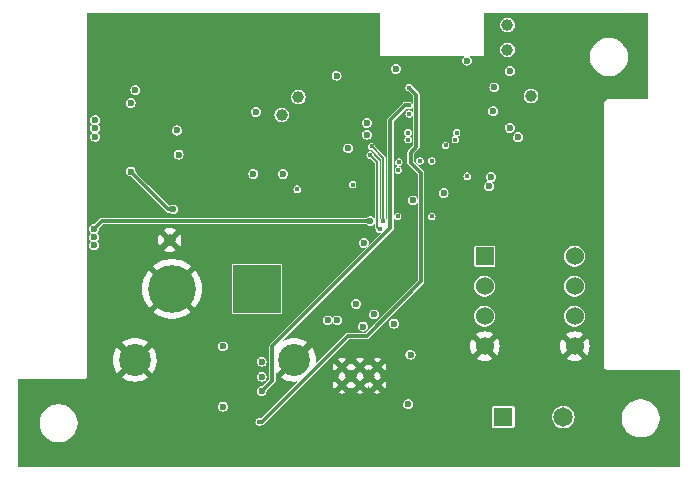
<source format=gbr>
%TF.GenerationSoftware,KiCad,Pcbnew,8.0.6*%
%TF.CreationDate,2025-09-09T16:11:22-07:00*%
%TF.ProjectId,Multimodal_Actuator_mk2,4d756c74-696d-46f6-9461-6c5f41637475,rev?*%
%TF.SameCoordinates,Original*%
%TF.FileFunction,Copper,L2,Inr*%
%TF.FilePolarity,Positive*%
%FSLAX46Y46*%
G04 Gerber Fmt 4.6, Leading zero omitted, Abs format (unit mm)*
G04 Created by KiCad (PCBNEW 8.0.6) date 2025-09-09 16:11:22*
%MOMM*%
%LPD*%
G01*
G04 APERTURE LIST*
%TA.AperFunction,ComponentPad*%
%ADD10R,1.524000X1.524000*%
%TD*%
%TA.AperFunction,ComponentPad*%
%ADD11C,1.524000*%
%TD*%
%TA.AperFunction,ComponentPad*%
%ADD12R,1.650000X1.650000*%
%TD*%
%TA.AperFunction,ComponentPad*%
%ADD13C,1.650000*%
%TD*%
%TA.AperFunction,HeatsinkPad*%
%ADD14C,0.500000*%
%TD*%
%TA.AperFunction,ComponentPad*%
%ADD15C,1.000000*%
%TD*%
%TA.AperFunction,ComponentPad*%
%ADD16R,4.050000X4.050000*%
%TD*%
%TA.AperFunction,ComponentPad*%
%ADD17C,4.050000*%
%TD*%
%TA.AperFunction,ComponentPad*%
%ADD18C,2.700000*%
%TD*%
%TA.AperFunction,ViaPad*%
%ADD19C,0.600000*%
%TD*%
%TA.AperFunction,ViaPad*%
%ADD20C,0.400000*%
%TD*%
%TA.AperFunction,Conductor*%
%ADD21C,0.300000*%
%TD*%
%TA.AperFunction,Conductor*%
%ADD22C,0.200000*%
%TD*%
G04 APERTURE END LIST*
D10*
%TO.N,Net-(U1005--RG)*%
%TO.C,U1005*%
X153780000Y-106380000D03*
D11*
%TO.N,/VB*%
X153780000Y-108920000D03*
%TO.N,Net-(U1005-+IN)*%
X153780000Y-111460000D03*
%TO.N,GND*%
X153780000Y-114000000D03*
X161400000Y-114000000D03*
%TO.N,/InAmpOutput*%
X161400000Y-111460000D03*
%TO.N,VCC*%
X161400000Y-108920000D03*
%TO.N,Net-(U1005-+RG)*%
X161400000Y-106380000D03*
%TD*%
D12*
%TO.N,/VA*%
%TO.C,P1001*%
X155360000Y-120000000D03*
D13*
%TO.N,Net-(U1005-+IN)*%
X160440000Y-120000000D03*
%TD*%
D14*
%TO.N,GND*%
%TO.C,U5001*%
X141700000Y-117250000D03*
X143200000Y-117250000D03*
X144700000Y-117250000D03*
X141700000Y-115750000D03*
X143200000Y-115750000D03*
X144700000Y-115750000D03*
%TD*%
D15*
%TO.N,Net-(U2001-SWDCLK)*%
%TO.C,TP2003*%
X155700000Y-88900000D03*
%TD*%
%TO.N,GND*%
%TO.C,TPGND2001*%
X127100000Y-105000000D03*
%TD*%
%TO.N,Net-(U2001-SWDIO)*%
%TO.C,TP2004*%
X155700000Y-86800000D03*
%TD*%
%TO.N,Net-(D2003-I{slash}O2)*%
%TO.C,TP2001*%
X136600000Y-94400000D03*
%TD*%
%TO.N,/Arduino_nano_Rev2/RESETN*%
%TO.C,TP2005*%
X157700000Y-92800000D03*
%TD*%
%TO.N,Net-(D2003-I{slash}O1)*%
%TO.C,TP2002*%
X138000000Y-92900000D03*
%TD*%
D16*
%TO.N,Vin*%
%TO.C,J1003*%
X134500000Y-109137500D03*
D17*
%TO.N,GND*%
X127300000Y-109137500D03*
D18*
X137650000Y-115137500D03*
X124150000Y-115137500D03*
%TD*%
D19*
%TO.N,GND*%
X144100000Y-102100000D03*
%TO.N,VUSB*%
X136700000Y-99400000D03*
X134200000Y-99400000D03*
%TO.N,GND*%
X144200000Y-94251728D03*
X152349998Y-98475002D03*
X135400000Y-121600000D03*
X142000000Y-87900000D03*
X133500000Y-96600000D03*
X156600000Y-97765000D03*
X150300000Y-91550000D03*
X148300000Y-91550000D03*
X141958741Y-101471331D03*
X141900000Y-109900000D03*
X133400000Y-100700000D03*
%TO.N,+3.3V*%
X144100000Y-103400000D03*
X120700000Y-105450000D03*
X120700000Y-104050000D03*
X120800000Y-95550000D03*
X120800000Y-96250000D03*
X120700000Y-104750000D03*
X141235400Y-91085400D03*
X120800000Y-94850000D03*
%TO.N,/Arduino_nano_Rev2/LG*%
X143800000Y-96075000D03*
%TO.N,/CLK*%
X134900000Y-115300000D03*
D20*
X146475000Y-99075000D03*
D19*
%TO.N,Net-(J6001-CS)*%
X124200000Y-92300000D03*
X131600000Y-119100000D03*
X147500000Y-114700000D03*
D20*
%TO.N,Net-(U2001-TRACE_D3{slash}GPIO_33)*%
X147279856Y-95900336D03*
D19*
%TO.N,Net-(JP2003-A)*%
X127400000Y-102400000D03*
X123800000Y-99200000D03*
%TO.N,/MCP4728_Quad_DAC/LDAC*%
X156600000Y-96300000D03*
%TO.N,/SDA*%
X154500000Y-94075000D03*
%TO.N,/SCL*%
X154600000Y-92075000D03*
%TO.N,Net-(D3001-A)*%
X142900000Y-110400000D03*
D20*
%TO.N,/Arduino_nano_Rev2/SDA1*%
X144092157Y-97807843D03*
X144900000Y-104100000D03*
%TO.N,/Arduino_nano_Rev2/SCL1*%
X145200000Y-103400000D03*
X144200000Y-97075000D03*
D19*
%TO.N,/Arduino_nano_Rev2/LR*%
X143800000Y-95075000D03*
D20*
%TO.N,/Arduino_nano_Rev2/LB*%
X150461677Y-96972468D03*
%TO.N,/BIN2*%
X151300000Y-96500000D03*
D19*
%TO.N,Net-(U5001-VCP)*%
X144400000Y-111300000D03*
D20*
%TO.N,/AIN1*%
X151400000Y-95900000D03*
D19*
X140500000Y-111800000D03*
X146080000Y-112071472D03*
%TO.N,/BIN1*%
X154148507Y-100435072D03*
%TO.N,/AIN2*%
X141300000Y-111800000D03*
%TO.N,Net-(U2001-SWDCLK)*%
X146250002Y-90500000D03*
D20*
%TO.N,Net-(JP2001-A)*%
X149300000Y-98300000D03*
D19*
%TO.N,/DO*%
X127860000Y-97760000D03*
D20*
X147400000Y-94325000D03*
D19*
%TO.N,/InAmpOutput*%
X154309988Y-99651537D03*
D20*
%TO.N,Net-(JP2002-A)*%
X146400000Y-103000000D03*
X148300000Y-98300000D03*
D19*
%TO.N,/DI*%
X134900000Y-117800000D03*
D20*
X147400000Y-93600000D03*
%TO.N,Net-(U2001-VBUS)*%
X146500000Y-98400000D03*
X137900000Y-100700000D03*
%TO.N,/Arduino_nano_Rev2/D8*%
X152300000Y-99600000D03*
X149300000Y-103000000D03*
D19*
%TO.N,VDD_ENV*%
X147700000Y-101650000D03*
%TO.N,Net-(U2001-SWDIO)*%
X152300000Y-89800000D03*
D20*
%TO.N,/CS*%
X147400000Y-92100000D03*
X134700000Y-120400000D03*
D19*
%TO.N,/Arduino_nano_Rev2/BMI270_INT2*%
X150300000Y-101030000D03*
D20*
%TO.N,/Arduino_nano_Rev2/BMI270_INT1*%
X147300000Y-96500000D03*
X142600000Y-100300000D03*
D19*
%TO.N,Net-(D6002-A)*%
X147300000Y-118900000D03*
%TO.N,Net-(J6001-DATA_IN)*%
X123800000Y-93400000D03*
X134900000Y-116565000D03*
%TO.N,Net-(J6001-SCLK)*%
X127724296Y-95726140D03*
X131600000Y-114000000D03*
%TO.N,Net-(U2004-D)*%
X142212900Y-97234412D03*
%TO.N,VCC*%
X155900000Y-95500000D03*
X143500000Y-112324794D03*
X155900000Y-90700000D03*
X143540000Y-105237587D03*
X134400000Y-94150000D03*
%TD*%
D21*
%TO.N,+3.3V*%
X144100000Y-103400000D02*
X121350000Y-103400000D01*
X121350000Y-103400000D02*
X120700000Y-104050000D01*
%TO.N,Net-(JP2003-A)*%
X127400000Y-102400000D02*
X127000000Y-102400000D01*
X127000000Y-102400000D02*
X123800000Y-99200000D01*
D22*
%TO.N,/Arduino_nano_Rev2/SDA1*%
X144700000Y-103900000D02*
X144900000Y-104100000D01*
X144092157Y-97807843D02*
X144700000Y-98415686D01*
X144700000Y-98415686D02*
X144700000Y-103900000D01*
%TO.N,/Arduino_nano_Rev2/SCL1*%
X145200000Y-98075000D02*
X145200000Y-103400000D01*
X144200000Y-97075000D02*
X145200000Y-98075000D01*
D21*
%TO.N,/DI*%
X135800000Y-116900000D02*
X135800000Y-114000000D01*
X145800000Y-94800000D02*
X147000000Y-93600000D01*
X147000000Y-93600000D02*
X147400000Y-93600000D01*
X135800000Y-114000000D02*
X145800000Y-104000000D01*
X134900000Y-117800000D02*
X135800000Y-116900000D01*
X145800000Y-104000000D02*
X145800000Y-94800000D01*
%TO.N,/CS*%
X134720953Y-120400000D02*
X134900000Y-120400000D01*
X142200000Y-113100000D02*
X143800000Y-113100000D01*
X148000000Y-92700000D02*
X147400000Y-92100000D01*
D22*
X134700000Y-120400000D02*
X134720953Y-120400000D01*
D21*
X143800000Y-113100000D02*
X148400000Y-108500000D01*
X148400000Y-108500000D02*
X148400000Y-99351471D01*
X147500000Y-97600000D02*
X148000000Y-97100000D01*
X147500000Y-98451471D02*
X147500000Y-97600000D01*
X148400000Y-99351471D02*
X147500000Y-98451471D01*
X148000000Y-97100000D02*
X148000000Y-92700000D01*
X134900000Y-120400000D02*
X142200000Y-113100000D01*
%TD*%
%TA.AperFunction,Conductor*%
%TO.N,GND*%
G36*
X147727420Y-93701847D02*
G01*
X147729500Y-93708443D01*
X147729500Y-94216556D01*
X147726132Y-94224688D01*
X147718000Y-94228056D01*
X147709868Y-94224688D01*
X147706675Y-94218553D01*
X147705818Y-94213694D01*
X147705817Y-94213692D01*
X147701698Y-94206558D01*
X147649305Y-94115809D01*
X147641812Y-94109522D01*
X147600667Y-94074997D01*
X147562722Y-94043157D01*
X147562720Y-94043156D01*
X147562717Y-94043155D01*
X147456518Y-94004500D01*
X147456513Y-94004500D01*
X147343487Y-94004500D01*
X147343481Y-94004500D01*
X147237282Y-94043155D01*
X147237279Y-94043156D01*
X147150695Y-94115808D01*
X147094182Y-94213692D01*
X147094181Y-94213694D01*
X147074556Y-94324998D01*
X147074556Y-94325001D01*
X147094181Y-94436305D01*
X147094182Y-94436307D01*
X147099256Y-94445095D01*
X147150695Y-94534191D01*
X147237278Y-94606843D01*
X147266808Y-94617591D01*
X147343481Y-94645499D01*
X147343487Y-94645500D01*
X147456513Y-94645500D01*
X147456518Y-94645499D01*
X147509617Y-94626171D01*
X147562722Y-94606843D01*
X147649305Y-94534191D01*
X147705817Y-94436308D01*
X147705818Y-94436305D01*
X147706675Y-94431446D01*
X147711404Y-94424023D01*
X147719997Y-94422118D01*
X147727420Y-94426847D01*
X147729500Y-94433443D01*
X147729500Y-96983191D01*
X147726132Y-96991323D01*
X147270682Y-97446772D01*
X147270681Y-97446773D01*
X147270681Y-97446774D01*
X147255179Y-97484201D01*
X147229500Y-97546194D01*
X147229500Y-98505277D01*
X147251742Y-98558972D01*
X147270681Y-98604697D01*
X147270682Y-98604698D01*
X148126132Y-99460148D01*
X148129500Y-99468280D01*
X148129500Y-101527602D01*
X148126132Y-101535734D01*
X148118000Y-101539102D01*
X148109868Y-101535734D01*
X148106642Y-101529401D01*
X148104906Y-101518444D01*
X148104905Y-101518441D01*
X148104905Y-101518438D01*
X148044433Y-101399755D01*
X147950245Y-101305567D01*
X147831562Y-101245095D01*
X147831559Y-101245094D01*
X147831558Y-101245094D01*
X147831555Y-101245093D01*
X147700003Y-101224258D01*
X147699997Y-101224258D01*
X147568444Y-101245093D01*
X147568441Y-101245094D01*
X147568439Y-101245094D01*
X147568438Y-101245095D01*
X147508008Y-101275885D01*
X147449754Y-101305567D01*
X147355567Y-101399754D01*
X147327040Y-101455742D01*
X147295095Y-101518438D01*
X147295094Y-101518439D01*
X147295094Y-101518441D01*
X147295093Y-101518444D01*
X147274258Y-101649997D01*
X147274258Y-101650002D01*
X147295093Y-101781555D01*
X147295094Y-101781558D01*
X147295095Y-101781562D01*
X147355567Y-101900245D01*
X147449755Y-101994433D01*
X147568438Y-102054905D01*
X147568443Y-102054905D01*
X147568444Y-102054906D01*
X147699997Y-102075742D01*
X147700000Y-102075742D01*
X147700003Y-102075742D01*
X147827382Y-102055567D01*
X147831562Y-102054905D01*
X147950245Y-101994433D01*
X148044433Y-101900245D01*
X148104905Y-101781562D01*
X148106357Y-101772397D01*
X148106642Y-101770598D01*
X148111240Y-101763093D01*
X148119799Y-101761039D01*
X148127304Y-101765637D01*
X148129500Y-101772397D01*
X148129500Y-108383191D01*
X148126132Y-108391323D01*
X143691323Y-112826132D01*
X143683191Y-112829500D01*
X142146194Y-112829500D01*
X142087955Y-112853623D01*
X142046772Y-112870682D01*
X139505159Y-115412294D01*
X139497027Y-115415662D01*
X139488895Y-115412294D01*
X139485527Y-115404162D01*
X139485792Y-115401709D01*
X139485846Y-115401457D01*
X139485847Y-115401454D01*
X139504725Y-115137500D01*
X139485847Y-114873545D01*
X139485846Y-114873538D01*
X139429599Y-114614973D01*
X139429597Y-114614966D01*
X139337119Y-114367023D01*
X139337110Y-114367005D01*
X139210299Y-114134767D01*
X139210291Y-114134755D01*
X139122960Y-114018093D01*
X138440477Y-114700575D01*
X138349076Y-114563783D01*
X138223717Y-114438424D01*
X138086923Y-114347021D01*
X138769405Y-113664538D01*
X138652744Y-113577208D01*
X138652732Y-113577200D01*
X138420494Y-113450389D01*
X138420476Y-113450380D01*
X138172533Y-113357902D01*
X138172526Y-113357900D01*
X137913961Y-113301653D01*
X137913954Y-113301652D01*
X137650000Y-113282774D01*
X137386045Y-113301652D01*
X137386038Y-113301653D01*
X137127473Y-113357900D01*
X137127466Y-113357902D01*
X136879523Y-113450380D01*
X136879505Y-113450389D01*
X136647267Y-113577200D01*
X136647255Y-113577208D01*
X136609240Y-113605665D01*
X136600711Y-113607842D01*
X136593142Y-113603351D01*
X136590965Y-113594822D01*
X136594213Y-113588331D01*
X137857753Y-112324791D01*
X143074258Y-112324791D01*
X143074258Y-112324796D01*
X143095093Y-112456349D01*
X143095094Y-112456352D01*
X143095095Y-112456356D01*
X143155567Y-112575039D01*
X143249755Y-112669227D01*
X143368438Y-112729699D01*
X143368443Y-112729699D01*
X143368444Y-112729700D01*
X143499997Y-112750536D01*
X143500000Y-112750536D01*
X143500003Y-112750536D01*
X143609590Y-112733179D01*
X143631562Y-112729699D01*
X143750245Y-112669227D01*
X143844433Y-112575039D01*
X143904905Y-112456356D01*
X143925742Y-112324794D01*
X143922437Y-112303928D01*
X143904906Y-112193238D01*
X143904905Y-112193235D01*
X143904905Y-112193232D01*
X143844433Y-112074549D01*
X143750245Y-111980361D01*
X143631562Y-111919889D01*
X143631559Y-111919888D01*
X143631558Y-111919888D01*
X143631555Y-111919887D01*
X143500003Y-111899052D01*
X143499997Y-111899052D01*
X143368444Y-111919887D01*
X143368441Y-111919888D01*
X143368439Y-111919888D01*
X143368438Y-111919889D01*
X143308008Y-111950679D01*
X143249754Y-111980361D01*
X143155567Y-112074548D01*
X143132697Y-112119433D01*
X143095095Y-112193232D01*
X143095094Y-112193233D01*
X143095094Y-112193235D01*
X143095093Y-112193238D01*
X143074258Y-112324791D01*
X137857753Y-112324791D01*
X138382547Y-111799997D01*
X140074258Y-111799997D01*
X140074258Y-111800002D01*
X140095093Y-111931555D01*
X140095094Y-111931558D01*
X140095095Y-111931562D01*
X140155567Y-112050245D01*
X140249755Y-112144433D01*
X140368438Y-112204905D01*
X140368443Y-112204905D01*
X140368444Y-112204906D01*
X140499997Y-112225742D01*
X140500000Y-112225742D01*
X140500003Y-112225742D01*
X140607067Y-112208784D01*
X140631562Y-112204905D01*
X140750245Y-112144433D01*
X140844433Y-112050245D01*
X140889753Y-111961297D01*
X140896446Y-111955582D01*
X140905221Y-111956272D01*
X140910245Y-111961296D01*
X140955567Y-112050245D01*
X141049755Y-112144433D01*
X141168438Y-112204905D01*
X141168443Y-112204905D01*
X141168444Y-112204906D01*
X141299997Y-112225742D01*
X141300000Y-112225742D01*
X141300003Y-112225742D01*
X141407067Y-112208784D01*
X141431562Y-112204905D01*
X141550245Y-112144433D01*
X141644433Y-112050245D01*
X141704905Y-111931562D01*
X141722428Y-111820923D01*
X141725742Y-111800002D01*
X141725742Y-111799997D01*
X141704906Y-111668444D01*
X141704905Y-111668441D01*
X141704905Y-111668438D01*
X141644433Y-111549755D01*
X141550245Y-111455567D01*
X141431562Y-111395095D01*
X141431559Y-111395094D01*
X141431558Y-111395094D01*
X141431555Y-111395093D01*
X141300003Y-111374258D01*
X141299997Y-111374258D01*
X141168444Y-111395093D01*
X141168441Y-111395094D01*
X141168439Y-111395094D01*
X141168438Y-111395095D01*
X141108008Y-111425885D01*
X141049754Y-111455567D01*
X140955567Y-111549754D01*
X140910247Y-111638700D01*
X140903554Y-111644416D01*
X140894779Y-111643726D01*
X140889753Y-111638700D01*
X140881589Y-111622677D01*
X140844433Y-111549755D01*
X140750245Y-111455567D01*
X140631562Y-111395095D01*
X140631559Y-111395094D01*
X140631558Y-111395094D01*
X140631555Y-111395093D01*
X140500003Y-111374258D01*
X140499997Y-111374258D01*
X140368444Y-111395093D01*
X140368441Y-111395094D01*
X140368439Y-111395094D01*
X140368438Y-111395095D01*
X140308008Y-111425885D01*
X140249754Y-111455567D01*
X140155567Y-111549754D01*
X140155317Y-111550245D01*
X140095095Y-111668438D01*
X140095094Y-111668439D01*
X140095094Y-111668441D01*
X140095093Y-111668444D01*
X140074258Y-111799997D01*
X138382547Y-111799997D01*
X138882547Y-111299997D01*
X143974258Y-111299997D01*
X143974258Y-111300002D01*
X143995093Y-111431555D01*
X143995094Y-111431558D01*
X143995095Y-111431562D01*
X144055567Y-111550245D01*
X144149755Y-111644433D01*
X144268438Y-111704905D01*
X144268443Y-111704905D01*
X144268444Y-111704906D01*
X144399997Y-111725742D01*
X144400000Y-111725742D01*
X144400003Y-111725742D01*
X144507067Y-111708784D01*
X144531562Y-111704905D01*
X144650245Y-111644433D01*
X144744433Y-111550245D01*
X144804905Y-111431562D01*
X144825742Y-111300000D01*
X144821942Y-111276009D01*
X144804906Y-111168444D01*
X144804905Y-111168441D01*
X144804905Y-111168438D01*
X144744433Y-111049755D01*
X144650245Y-110955567D01*
X144531562Y-110895095D01*
X144531559Y-110895094D01*
X144531558Y-110895094D01*
X144531555Y-110895093D01*
X144400003Y-110874258D01*
X144399997Y-110874258D01*
X144268444Y-110895093D01*
X144268441Y-110895094D01*
X144268439Y-110895094D01*
X144268438Y-110895095D01*
X144208008Y-110925885D01*
X144149754Y-110955567D01*
X144055567Y-111049754D01*
X144033035Y-111093976D01*
X143995095Y-111168438D01*
X143995094Y-111168439D01*
X143995094Y-111168441D01*
X143995093Y-111168444D01*
X143974258Y-111299997D01*
X138882547Y-111299997D01*
X139782547Y-110399997D01*
X142474258Y-110399997D01*
X142474258Y-110400002D01*
X142495093Y-110531555D01*
X142495094Y-110531558D01*
X142495095Y-110531562D01*
X142555567Y-110650245D01*
X142649755Y-110744433D01*
X142768438Y-110804905D01*
X142768443Y-110804905D01*
X142768444Y-110804906D01*
X142899997Y-110825742D01*
X142900000Y-110825742D01*
X142900003Y-110825742D01*
X143007067Y-110808784D01*
X143031562Y-110804905D01*
X143150245Y-110744433D01*
X143244433Y-110650245D01*
X143304905Y-110531562D01*
X143325742Y-110400000D01*
X143323935Y-110388594D01*
X143304906Y-110268444D01*
X143304905Y-110268441D01*
X143304905Y-110268438D01*
X143244433Y-110149755D01*
X143150245Y-110055567D01*
X143031562Y-109995095D01*
X143031559Y-109995094D01*
X143031558Y-109995094D01*
X143031555Y-109995093D01*
X142900003Y-109974258D01*
X142899997Y-109974258D01*
X142768444Y-109995093D01*
X142768441Y-109995094D01*
X142768439Y-109995094D01*
X142768438Y-109995095D01*
X142725514Y-110016966D01*
X142649754Y-110055567D01*
X142555567Y-110149754D01*
X142546667Y-110167222D01*
X142495095Y-110268438D01*
X142495094Y-110268439D01*
X142495094Y-110268441D01*
X142495093Y-110268444D01*
X142474258Y-110399997D01*
X139782547Y-110399997D01*
X146029319Y-104153226D01*
X146070500Y-104053805D01*
X146070500Y-103946195D01*
X146070500Y-103108443D01*
X146073868Y-103100311D01*
X146082000Y-103096943D01*
X146090132Y-103100311D01*
X146093325Y-103106446D01*
X146094181Y-103111305D01*
X146094182Y-103111307D01*
X146148818Y-103205940D01*
X146150695Y-103209191D01*
X146237278Y-103281843D01*
X146256101Y-103288694D01*
X146343481Y-103320499D01*
X146343487Y-103320500D01*
X146456513Y-103320500D01*
X146456518Y-103320499D01*
X146513693Y-103299688D01*
X146562722Y-103281843D01*
X146649305Y-103209191D01*
X146705817Y-103111308D01*
X146706323Y-103108443D01*
X146725444Y-103000001D01*
X146725444Y-102999998D01*
X146705818Y-102888694D01*
X146705817Y-102888692D01*
X146669473Y-102825742D01*
X146649305Y-102790809D01*
X146562722Y-102718157D01*
X146562720Y-102718156D01*
X146562717Y-102718155D01*
X146456518Y-102679500D01*
X146456513Y-102679500D01*
X146343487Y-102679500D01*
X146343481Y-102679500D01*
X146237282Y-102718155D01*
X146237279Y-102718156D01*
X146150695Y-102790808D01*
X146094182Y-102888692D01*
X146094181Y-102888694D01*
X146093325Y-102893553D01*
X146088596Y-102900976D01*
X146080003Y-102902881D01*
X146072580Y-102898152D01*
X146070500Y-102891556D01*
X146070500Y-99074998D01*
X146149556Y-99074998D01*
X146149556Y-99075001D01*
X146169181Y-99186305D01*
X146169182Y-99186307D01*
X146216600Y-99268438D01*
X146225695Y-99284191D01*
X146312278Y-99356843D01*
X146341808Y-99367591D01*
X146418481Y-99395499D01*
X146418487Y-99395500D01*
X146531513Y-99395500D01*
X146531518Y-99395499D01*
X146584617Y-99376171D01*
X146637722Y-99356843D01*
X146724305Y-99284191D01*
X146780817Y-99186308D01*
X146787263Y-99149755D01*
X146800444Y-99075001D01*
X146800444Y-99074998D01*
X146780818Y-98963694D01*
X146780817Y-98963692D01*
X146724304Y-98865808D01*
X146707701Y-98851877D01*
X146637722Y-98793157D01*
X146637720Y-98793156D01*
X146637717Y-98793155D01*
X146531518Y-98754500D01*
X146531513Y-98754500D01*
X146418487Y-98754500D01*
X146418481Y-98754500D01*
X146312282Y-98793155D01*
X146312279Y-98793156D01*
X146225695Y-98865808D01*
X146169182Y-98963692D01*
X146169181Y-98963694D01*
X146149556Y-99074998D01*
X146070500Y-99074998D01*
X146070500Y-98399998D01*
X146174556Y-98399998D01*
X146174556Y-98400001D01*
X146194181Y-98511305D01*
X146194182Y-98511307D01*
X146221701Y-98558972D01*
X146250695Y-98609191D01*
X146337278Y-98681843D01*
X146366808Y-98692591D01*
X146443481Y-98720499D01*
X146443487Y-98720500D01*
X146556513Y-98720500D01*
X146556518Y-98720499D01*
X146609617Y-98701171D01*
X146662722Y-98681843D01*
X146749305Y-98609191D01*
X146805817Y-98511308D01*
X146806191Y-98509191D01*
X146825444Y-98400001D01*
X146825444Y-98399998D01*
X146805818Y-98288694D01*
X146805817Y-98288692D01*
X146749304Y-98190808D01*
X146716123Y-98162966D01*
X146662722Y-98118157D01*
X146662720Y-98118156D01*
X146662717Y-98118155D01*
X146556518Y-98079500D01*
X146556513Y-98079500D01*
X146443487Y-98079500D01*
X146443481Y-98079500D01*
X146337282Y-98118155D01*
X146337279Y-98118156D01*
X146250695Y-98190808D01*
X146194182Y-98288692D01*
X146194181Y-98288694D01*
X146174556Y-98399998D01*
X146070500Y-98399998D01*
X146070500Y-95900334D01*
X146954412Y-95900334D01*
X146954412Y-95900337D01*
X146974037Y-96011641D01*
X146974038Y-96011643D01*
X147008061Y-96070573D01*
X147030551Y-96109527D01*
X147117134Y-96182179D01*
X147146942Y-96193027D01*
X147153429Y-96198973D01*
X147153814Y-96207766D01*
X147147867Y-96214255D01*
X147146941Y-96214639D01*
X147137280Y-96218155D01*
X147137279Y-96218156D01*
X147050695Y-96290808D01*
X146994182Y-96388692D01*
X146994181Y-96388694D01*
X146974556Y-96499998D01*
X146974556Y-96500001D01*
X146994181Y-96611305D01*
X146994182Y-96611307D01*
X147048221Y-96704906D01*
X147050695Y-96709191D01*
X147137278Y-96781843D01*
X147166808Y-96792591D01*
X147243481Y-96820499D01*
X147243487Y-96820500D01*
X147356513Y-96820500D01*
X147356518Y-96820499D01*
X147409617Y-96801171D01*
X147462722Y-96781843D01*
X147549305Y-96709191D01*
X147605817Y-96611308D01*
X147616585Y-96550245D01*
X147625444Y-96500001D01*
X147625444Y-96499998D01*
X147605818Y-96388694D01*
X147605817Y-96388692D01*
X147601698Y-96381558D01*
X147549305Y-96290809D01*
X147462722Y-96218157D01*
X147462720Y-96218156D01*
X147462717Y-96218155D01*
X147432915Y-96207308D01*
X147426425Y-96201362D01*
X147426042Y-96192569D01*
X147431988Y-96186079D01*
X147432895Y-96185702D01*
X147442578Y-96182179D01*
X147529161Y-96109527D01*
X147585673Y-96011644D01*
X147585733Y-96011308D01*
X147605300Y-95900337D01*
X147605300Y-95900334D01*
X147585674Y-95789030D01*
X147585673Y-95789028D01*
X147529160Y-95691144D01*
X147479242Y-95649258D01*
X147442578Y-95618493D01*
X147442576Y-95618492D01*
X147442573Y-95618491D01*
X147336374Y-95579836D01*
X147336369Y-95579836D01*
X147223343Y-95579836D01*
X147223337Y-95579836D01*
X147117138Y-95618491D01*
X147117135Y-95618492D01*
X147030551Y-95691144D01*
X146974038Y-95789028D01*
X146974037Y-95789030D01*
X146954412Y-95900334D01*
X146070500Y-95900334D01*
X146070500Y-94916809D01*
X146073868Y-94908677D01*
X147108677Y-93873868D01*
X147116809Y-93870500D01*
X147219575Y-93870500D01*
X147226967Y-93873191D01*
X147237275Y-93881841D01*
X147237276Y-93881841D01*
X147237278Y-93881843D01*
X147266808Y-93892591D01*
X147343481Y-93920499D01*
X147343487Y-93920500D01*
X147456513Y-93920500D01*
X147456518Y-93920499D01*
X147513512Y-93899754D01*
X147562722Y-93881843D01*
X147649305Y-93809191D01*
X147705817Y-93711308D01*
X147705818Y-93711305D01*
X147706675Y-93706446D01*
X147711404Y-93699023D01*
X147719997Y-93697118D01*
X147727420Y-93701847D01*
G37*
%TD.AperFunction*%
%TA.AperFunction,Conductor*%
G36*
X144896632Y-85803868D02*
G01*
X144900000Y-85812000D01*
X144900000Y-89450000D01*
X152027558Y-89450000D01*
X152035690Y-89453368D01*
X152039058Y-89461500D01*
X152035690Y-89469632D01*
X151955567Y-89549754D01*
X151925885Y-89608008D01*
X151895095Y-89668438D01*
X151895094Y-89668439D01*
X151895094Y-89668441D01*
X151895093Y-89668444D01*
X151874258Y-89799997D01*
X151874258Y-89800002D01*
X151895093Y-89931555D01*
X151895094Y-89931558D01*
X151895095Y-89931562D01*
X151955567Y-90050245D01*
X152049755Y-90144433D01*
X152168438Y-90204905D01*
X152168443Y-90204905D01*
X152168444Y-90204906D01*
X152299997Y-90225742D01*
X152300000Y-90225742D01*
X152300003Y-90225742D01*
X152407067Y-90208784D01*
X152431562Y-90204905D01*
X152550245Y-90144433D01*
X152644433Y-90050245D01*
X152704905Y-89931562D01*
X152725742Y-89800000D01*
X152704905Y-89668438D01*
X152644433Y-89549755D01*
X152564310Y-89469632D01*
X152560942Y-89461500D01*
X152564310Y-89453368D01*
X152572442Y-89450000D01*
X153699999Y-89450000D01*
X153700000Y-89450000D01*
X153700000Y-88899998D01*
X155074943Y-88899998D01*
X155074943Y-88900001D01*
X155093105Y-89049583D01*
X155093106Y-89049586D01*
X155146540Y-89190478D01*
X155232138Y-89314489D01*
X155232140Y-89314491D01*
X155232142Y-89314493D01*
X155296588Y-89371587D01*
X155344927Y-89414412D01*
X155478352Y-89484438D01*
X155624658Y-89520500D01*
X155624661Y-89520500D01*
X155775339Y-89520500D01*
X155775342Y-89520500D01*
X155921648Y-89484438D01*
X156055073Y-89414412D01*
X156101537Y-89373248D01*
X162689500Y-89373248D01*
X162689500Y-89626751D01*
X162729155Y-89877123D01*
X162807489Y-90118213D01*
X162807490Y-90118216D01*
X162807491Y-90118217D01*
X162922577Y-90344086D01*
X163071579Y-90549170D01*
X163250830Y-90728421D01*
X163455914Y-90877423D01*
X163681783Y-90992509D01*
X163922874Y-91070844D01*
X164048062Y-91090672D01*
X164173249Y-91110500D01*
X164173251Y-91110500D01*
X164426751Y-91110500D01*
X164526899Y-91094637D01*
X164677126Y-91070844D01*
X164918217Y-90992509D01*
X165144086Y-90877423D01*
X165349170Y-90728421D01*
X165528421Y-90549170D01*
X165677423Y-90344086D01*
X165792509Y-90118217D01*
X165870844Y-89877126D01*
X165910500Y-89626749D01*
X165910500Y-89373251D01*
X165901192Y-89314486D01*
X165870844Y-89122876D01*
X165870844Y-89122874D01*
X165792509Y-88881783D01*
X165677423Y-88655914D01*
X165528421Y-88450830D01*
X165349170Y-88271579D01*
X165144086Y-88122577D01*
X164918217Y-88007491D01*
X164918216Y-88007490D01*
X164918213Y-88007489D01*
X164677123Y-87929155D01*
X164426751Y-87889500D01*
X164426749Y-87889500D01*
X164173251Y-87889500D01*
X164173249Y-87889500D01*
X163922876Y-87929155D01*
X163681786Y-88007489D01*
X163455912Y-88122578D01*
X163250830Y-88271579D01*
X163071579Y-88450830D01*
X162922578Y-88655912D01*
X162807489Y-88881786D01*
X162729155Y-89122876D01*
X162689500Y-89373248D01*
X156101537Y-89373248D01*
X156167862Y-89314489D01*
X156253460Y-89190478D01*
X156306894Y-89049586D01*
X156325057Y-88900000D01*
X156322845Y-88881786D01*
X156306894Y-88750416D01*
X156306894Y-88750414D01*
X156253460Y-88609522D01*
X156167862Y-88485511D01*
X156167859Y-88485508D01*
X156167857Y-88485506D01*
X156055075Y-88385590D01*
X156055073Y-88385588D01*
X155921648Y-88315562D01*
X155775342Y-88279500D01*
X155624658Y-88279500D01*
X155478352Y-88315562D01*
X155478350Y-88315563D01*
X155344928Y-88385587D01*
X155344924Y-88385590D01*
X155232142Y-88485506D01*
X155232136Y-88485513D01*
X155146540Y-88609522D01*
X155093106Y-88750415D01*
X155093105Y-88750416D01*
X155074943Y-88899998D01*
X153700000Y-88899998D01*
X153700000Y-86799998D01*
X155074943Y-86799998D01*
X155074943Y-86800001D01*
X155093105Y-86949583D01*
X155093106Y-86949586D01*
X155146540Y-87090478D01*
X155232138Y-87214489D01*
X155232140Y-87214491D01*
X155232142Y-87214493D01*
X155296588Y-87271587D01*
X155344927Y-87314412D01*
X155478352Y-87384438D01*
X155624658Y-87420500D01*
X155624661Y-87420500D01*
X155775339Y-87420500D01*
X155775342Y-87420500D01*
X155921648Y-87384438D01*
X156055073Y-87314412D01*
X156167862Y-87214489D01*
X156253460Y-87090478D01*
X156306894Y-86949586D01*
X156325057Y-86800000D01*
X156306894Y-86650414D01*
X156253460Y-86509522D01*
X156167862Y-86385511D01*
X156167859Y-86385508D01*
X156167857Y-86385506D01*
X156055075Y-86285590D01*
X156055073Y-86285588D01*
X155921648Y-86215562D01*
X155775342Y-86179500D01*
X155624658Y-86179500D01*
X155478352Y-86215562D01*
X155478350Y-86215563D01*
X155344928Y-86285587D01*
X155344924Y-86285590D01*
X155232142Y-86385506D01*
X155232136Y-86385513D01*
X155146540Y-86509522D01*
X155093106Y-86650415D01*
X155093105Y-86650416D01*
X155074943Y-86799998D01*
X153700000Y-86799998D01*
X153700000Y-85812000D01*
X153703368Y-85803868D01*
X153711500Y-85800500D01*
X164160438Y-85800500D01*
X167588000Y-85800500D01*
X167596132Y-85803868D01*
X167599500Y-85812000D01*
X167599500Y-93088000D01*
X167596132Y-93096132D01*
X167588000Y-93099500D01*
X164160438Y-93099500D01*
X164084012Y-93119978D01*
X164015489Y-93159539D01*
X163959539Y-93215489D01*
X163919978Y-93284012D01*
X163910829Y-93318157D01*
X163899500Y-93360438D01*
X163899500Y-115660438D01*
X163899500Y-115739562D01*
X163919979Y-115815989D01*
X163959540Y-115884511D01*
X164015489Y-115940460D01*
X164084011Y-115980021D01*
X164160438Y-116000500D01*
X170288000Y-116000500D01*
X170296132Y-116003868D01*
X170299500Y-116012000D01*
X170299500Y-124188000D01*
X170296132Y-124196132D01*
X170288000Y-124199500D01*
X114312000Y-124199500D01*
X114303868Y-124196132D01*
X114300500Y-124188000D01*
X114300500Y-120373248D01*
X116089500Y-120373248D01*
X116089500Y-120626751D01*
X116129155Y-120877123D01*
X116207489Y-121118213D01*
X116207490Y-121118216D01*
X116207491Y-121118217D01*
X116322577Y-121344086D01*
X116471579Y-121549170D01*
X116650830Y-121728421D01*
X116855914Y-121877423D01*
X117081783Y-121992509D01*
X117322874Y-122070844D01*
X117448062Y-122090672D01*
X117573249Y-122110500D01*
X117573251Y-122110500D01*
X117826751Y-122110500D01*
X117926899Y-122094637D01*
X118077126Y-122070844D01*
X118318217Y-121992509D01*
X118544086Y-121877423D01*
X118749170Y-121728421D01*
X118928421Y-121549170D01*
X119077423Y-121344086D01*
X119192509Y-121118217D01*
X119270844Y-120877126D01*
X119303364Y-120671803D01*
X119310500Y-120626751D01*
X119310500Y-120373248D01*
X119270844Y-120122876D01*
X119270844Y-120122874D01*
X119192509Y-119881783D01*
X119077423Y-119655914D01*
X118928421Y-119450830D01*
X118749170Y-119271579D01*
X118544086Y-119122577D01*
X118499770Y-119099997D01*
X131174258Y-119099997D01*
X131174258Y-119100002D01*
X131195093Y-119231555D01*
X131195094Y-119231558D01*
X131195095Y-119231562D01*
X131255567Y-119350245D01*
X131349755Y-119444433D01*
X131468438Y-119504905D01*
X131468443Y-119504905D01*
X131468444Y-119504906D01*
X131599997Y-119525742D01*
X131600000Y-119525742D01*
X131600003Y-119525742D01*
X131707067Y-119508784D01*
X131731562Y-119504905D01*
X131850245Y-119444433D01*
X131944433Y-119350245D01*
X132004905Y-119231562D01*
X132021310Y-119127983D01*
X132025742Y-119100002D01*
X132025742Y-119099997D01*
X132004906Y-118968444D01*
X132004905Y-118968441D01*
X132004905Y-118968438D01*
X131944433Y-118849755D01*
X131850245Y-118755567D01*
X131731562Y-118695095D01*
X131731559Y-118695094D01*
X131731558Y-118695094D01*
X131731555Y-118695093D01*
X131600003Y-118674258D01*
X131599997Y-118674258D01*
X131468444Y-118695093D01*
X131468441Y-118695094D01*
X131468439Y-118695094D01*
X131468438Y-118695095D01*
X131414502Y-118722577D01*
X131349754Y-118755567D01*
X131255567Y-118849754D01*
X131244447Y-118871579D01*
X131195095Y-118968438D01*
X131195094Y-118968439D01*
X131195094Y-118968441D01*
X131195093Y-118968444D01*
X131174258Y-119099997D01*
X118499770Y-119099997D01*
X118318217Y-119007491D01*
X118318216Y-119007490D01*
X118318213Y-119007489D01*
X118077123Y-118929155D01*
X117826751Y-118889500D01*
X117826749Y-118889500D01*
X117573251Y-118889500D01*
X117573249Y-118889500D01*
X117322876Y-118929155D01*
X117081786Y-119007489D01*
X116855912Y-119122578D01*
X116650830Y-119271579D01*
X116471579Y-119450830D01*
X116322578Y-119655912D01*
X116207489Y-119881786D01*
X116129155Y-120122876D01*
X116089500Y-120373248D01*
X114300500Y-120373248D01*
X114300500Y-116812000D01*
X114303868Y-116803868D01*
X114312000Y-116800500D01*
X119839562Y-116800500D01*
X119915989Y-116780021D01*
X119984511Y-116740460D01*
X120040460Y-116684511D01*
X120080021Y-116615989D01*
X120100500Y-116539562D01*
X120100500Y-115137500D01*
X122295274Y-115137500D01*
X122314152Y-115401454D01*
X122314153Y-115401461D01*
X122370400Y-115660026D01*
X122370402Y-115660033D01*
X122462880Y-115907976D01*
X122462889Y-115907994D01*
X122589700Y-116140232D01*
X122589708Y-116140244D01*
X122677038Y-116256905D01*
X123359520Y-115574422D01*
X123450924Y-115711217D01*
X123576283Y-115836576D01*
X123713075Y-115927977D01*
X123030593Y-116610460D01*
X123147255Y-116697791D01*
X123147267Y-116697799D01*
X123379505Y-116824610D01*
X123379523Y-116824619D01*
X123627466Y-116917097D01*
X123627473Y-116917099D01*
X123886038Y-116973346D01*
X123886045Y-116973347D01*
X124150000Y-116992225D01*
X124413954Y-116973347D01*
X124413961Y-116973346D01*
X124672526Y-116917099D01*
X124672533Y-116917097D01*
X124920476Y-116824619D01*
X124920494Y-116824610D01*
X125152732Y-116697799D01*
X125152744Y-116697791D01*
X125269405Y-116610460D01*
X125223942Y-116564997D01*
X134474258Y-116564997D01*
X134474258Y-116565002D01*
X134495093Y-116696555D01*
X134495094Y-116696558D01*
X134495095Y-116696562D01*
X134555567Y-116815245D01*
X134649755Y-116909433D01*
X134768438Y-116969905D01*
X134768443Y-116969905D01*
X134768444Y-116969906D01*
X134899997Y-116990742D01*
X134900000Y-116990742D01*
X134900003Y-116990742D01*
X135010196Y-116973289D01*
X135031562Y-116969905D01*
X135150245Y-116909433D01*
X135244433Y-116815245D01*
X135304905Y-116696562D01*
X135325742Y-116565000D01*
X135304905Y-116433438D01*
X135244433Y-116314755D01*
X135150245Y-116220567D01*
X135031562Y-116160095D01*
X135031559Y-116160094D01*
X135031558Y-116160094D01*
X135031555Y-116160093D01*
X134900003Y-116139258D01*
X134899997Y-116139258D01*
X134768444Y-116160093D01*
X134768441Y-116160094D01*
X134768439Y-116160094D01*
X134768438Y-116160095D01*
X134708008Y-116190885D01*
X134649754Y-116220567D01*
X134555567Y-116314754D01*
X134555193Y-116315489D01*
X134495095Y-116433438D01*
X134495094Y-116433439D01*
X134495094Y-116433441D01*
X134495093Y-116433444D01*
X134474258Y-116564997D01*
X125223942Y-116564997D01*
X124586923Y-115927978D01*
X124723717Y-115836576D01*
X124849076Y-115711217D01*
X124940478Y-115574423D01*
X125622960Y-116256905D01*
X125710291Y-116140244D01*
X125710299Y-116140232D01*
X125837110Y-115907994D01*
X125837119Y-115907976D01*
X125929597Y-115660033D01*
X125929599Y-115660026D01*
X125985846Y-115401461D01*
X125985847Y-115401454D01*
X125993103Y-115299997D01*
X134474258Y-115299997D01*
X134474258Y-115300002D01*
X134495093Y-115431555D01*
X134495094Y-115431558D01*
X134495095Y-115431562D01*
X134555567Y-115550245D01*
X134649755Y-115644433D01*
X134768438Y-115704905D01*
X134768443Y-115704905D01*
X134768444Y-115704906D01*
X134899997Y-115725742D01*
X134900000Y-115725742D01*
X134900003Y-115725742D01*
X135007067Y-115708784D01*
X135031562Y-115704905D01*
X135150245Y-115644433D01*
X135244433Y-115550245D01*
X135304905Y-115431562D01*
X135325742Y-115300000D01*
X135304905Y-115168438D01*
X135244433Y-115049755D01*
X135150245Y-114955567D01*
X135031562Y-114895095D01*
X135031559Y-114895094D01*
X135031558Y-114895094D01*
X135031555Y-114895093D01*
X134900003Y-114874258D01*
X134899997Y-114874258D01*
X134768444Y-114895093D01*
X134768441Y-114895094D01*
X134768439Y-114895094D01*
X134768438Y-114895095D01*
X134708008Y-114925885D01*
X134649754Y-114955567D01*
X134555567Y-115049754D01*
X134527467Y-115104905D01*
X134495095Y-115168438D01*
X134495094Y-115168439D01*
X134495094Y-115168441D01*
X134495093Y-115168444D01*
X134474258Y-115299997D01*
X125993103Y-115299997D01*
X126004725Y-115137500D01*
X125985847Y-114873545D01*
X125985846Y-114873538D01*
X125929599Y-114614973D01*
X125929597Y-114614966D01*
X125837119Y-114367023D01*
X125837110Y-114367005D01*
X125710299Y-114134767D01*
X125710291Y-114134755D01*
X125622960Y-114018093D01*
X124940477Y-114700575D01*
X124849076Y-114563783D01*
X124723717Y-114438424D01*
X124586922Y-114347020D01*
X124933946Y-113999997D01*
X131174258Y-113999997D01*
X131174258Y-114000002D01*
X131195093Y-114131555D01*
X131195094Y-114131558D01*
X131195095Y-114131562D01*
X131255567Y-114250245D01*
X131349755Y-114344433D01*
X131468438Y-114404905D01*
X131468443Y-114404905D01*
X131468444Y-114404906D01*
X131599997Y-114425742D01*
X131600000Y-114425742D01*
X131600003Y-114425742D01*
X131707067Y-114408784D01*
X131731562Y-114404905D01*
X131850245Y-114344433D01*
X131944433Y-114250245D01*
X132004905Y-114131562D01*
X132017268Y-114053504D01*
X132025742Y-114000002D01*
X132025742Y-113999997D01*
X132004906Y-113868444D01*
X132004905Y-113868441D01*
X132004905Y-113868438D01*
X131944433Y-113749755D01*
X131850245Y-113655567D01*
X131731562Y-113595095D01*
X131731559Y-113595094D01*
X131731558Y-113595094D01*
X131731555Y-113595093D01*
X131600003Y-113574258D01*
X131599997Y-113574258D01*
X131468444Y-113595093D01*
X131468441Y-113595094D01*
X131468439Y-113595094D01*
X131468438Y-113595095D01*
X131443421Y-113607842D01*
X131349754Y-113655567D01*
X131255567Y-113749754D01*
X131240149Y-113780014D01*
X131195095Y-113868438D01*
X131195094Y-113868439D01*
X131195094Y-113868441D01*
X131195093Y-113868444D01*
X131174258Y-113999997D01*
X124933946Y-113999997D01*
X125269405Y-113664538D01*
X125152744Y-113577208D01*
X125152732Y-113577200D01*
X124920494Y-113450389D01*
X124920476Y-113450380D01*
X124672533Y-113357902D01*
X124672526Y-113357900D01*
X124413961Y-113301653D01*
X124413954Y-113301652D01*
X124150000Y-113282774D01*
X123886045Y-113301652D01*
X123886038Y-113301653D01*
X123627473Y-113357900D01*
X123627466Y-113357902D01*
X123379523Y-113450380D01*
X123379505Y-113450389D01*
X123147267Y-113577200D01*
X123147255Y-113577208D01*
X123030593Y-113664538D01*
X123713076Y-114347021D01*
X123576283Y-114438424D01*
X123450924Y-114563783D01*
X123359521Y-114700576D01*
X122677038Y-114018093D01*
X122589708Y-114134755D01*
X122589700Y-114134767D01*
X122462889Y-114367005D01*
X122462880Y-114367023D01*
X122370402Y-114614966D01*
X122370400Y-114614973D01*
X122314153Y-114873538D01*
X122314152Y-114873545D01*
X122295274Y-115137500D01*
X120100500Y-115137500D01*
X120100500Y-109137495D01*
X124770008Y-109137495D01*
X124770008Y-109137504D01*
X124789957Y-109454588D01*
X124849489Y-109766671D01*
X124849492Y-109766686D01*
X124947671Y-110068845D01*
X124947674Y-110068853D01*
X125082949Y-110356330D01*
X125253194Y-110624594D01*
X125346528Y-110737416D01*
X126184728Y-109899216D01*
X126270278Y-110016966D01*
X126420534Y-110167222D01*
X126538281Y-110252770D01*
X125697076Y-111093976D01*
X125944362Y-111273642D01*
X125944363Y-111273643D01*
X126222781Y-111426704D01*
X126222786Y-111426706D01*
X126518188Y-111543664D01*
X126825922Y-111622677D01*
X126825935Y-111622680D01*
X127141126Y-111662499D01*
X127141141Y-111662500D01*
X127458859Y-111662500D01*
X127458873Y-111662499D01*
X127774064Y-111622680D01*
X127774077Y-111622677D01*
X128081811Y-111543664D01*
X128377213Y-111426706D01*
X128377218Y-111426704D01*
X128655636Y-111273643D01*
X128655637Y-111273642D01*
X128902922Y-111093976D01*
X128061717Y-110252771D01*
X128179466Y-110167222D01*
X128329722Y-110016966D01*
X128415271Y-109899217D01*
X129253470Y-110737417D01*
X129346805Y-110624594D01*
X129517050Y-110356330D01*
X129652325Y-110068853D01*
X129652328Y-110068845D01*
X129750507Y-109766686D01*
X129750510Y-109766671D01*
X129810042Y-109454588D01*
X129829992Y-109137504D01*
X129829992Y-109137495D01*
X129810042Y-108820411D01*
X129750510Y-108508328D01*
X129750507Y-108508313D01*
X129652328Y-108206154D01*
X129652325Y-108206146D01*
X129517050Y-107918669D01*
X129346805Y-107650405D01*
X129253469Y-107537581D01*
X128415269Y-108375781D01*
X128329722Y-108258034D01*
X128179466Y-108107778D01*
X128061716Y-108022228D01*
X128902922Y-107181022D01*
X128792273Y-107100630D01*
X132354500Y-107100630D01*
X132354500Y-111174370D01*
X132361491Y-111209517D01*
X132361492Y-111209518D01*
X132388122Y-111249374D01*
X132388124Y-111249376D01*
X132427983Y-111276009D01*
X132463130Y-111283000D01*
X132463131Y-111283000D01*
X136536869Y-111283000D01*
X136536870Y-111283000D01*
X136572017Y-111276009D01*
X136611876Y-111249376D01*
X136638509Y-111209517D01*
X136645500Y-111174370D01*
X136645500Y-107100630D01*
X136638509Y-107065483D01*
X136611876Y-107025624D01*
X136611874Y-107025622D01*
X136572018Y-106998992D01*
X136572019Y-106998992D01*
X136572017Y-106998991D01*
X136572014Y-106998990D01*
X136572013Y-106998990D01*
X136554202Y-106995447D01*
X136536870Y-106992000D01*
X132463130Y-106992000D01*
X132451522Y-106994308D01*
X132427986Y-106998990D01*
X132427981Y-106998992D01*
X132388125Y-107025622D01*
X132388122Y-107025625D01*
X132361492Y-107065481D01*
X132361491Y-107065483D01*
X132354500Y-107100630D01*
X128792273Y-107100630D01*
X128655637Y-107001357D01*
X128655636Y-107001356D01*
X128377218Y-106848295D01*
X128377213Y-106848293D01*
X128081811Y-106731335D01*
X127774077Y-106652322D01*
X127774064Y-106652319D01*
X127458873Y-106612500D01*
X127141126Y-106612500D01*
X126825935Y-106652319D01*
X126825922Y-106652322D01*
X126518188Y-106731335D01*
X126222786Y-106848293D01*
X126222781Y-106848295D01*
X125944363Y-107001356D01*
X125944362Y-107001357D01*
X125697075Y-107181022D01*
X126538282Y-108022229D01*
X126420534Y-108107778D01*
X126270278Y-108258034D01*
X126184729Y-108375782D01*
X125346528Y-107537581D01*
X125253194Y-107650405D01*
X125082949Y-107918669D01*
X124947674Y-108206146D01*
X124947671Y-108206154D01*
X124849492Y-108508313D01*
X124849489Y-108508328D01*
X124789957Y-108820411D01*
X124770008Y-109137495D01*
X120100500Y-109137495D01*
X120100500Y-104049997D01*
X120274258Y-104049997D01*
X120274258Y-104050002D01*
X120295093Y-104181555D01*
X120295094Y-104181558D01*
X120295095Y-104181562D01*
X120355567Y-104300245D01*
X120447190Y-104391868D01*
X120450558Y-104400000D01*
X120447190Y-104408132D01*
X120355567Y-104499754D01*
X120325885Y-104558008D01*
X120295095Y-104618438D01*
X120295094Y-104618439D01*
X120295094Y-104618441D01*
X120295093Y-104618444D01*
X120274258Y-104749997D01*
X120274258Y-104750002D01*
X120295093Y-104881555D01*
X120295094Y-104881558D01*
X120295095Y-104881562D01*
X120348992Y-104987341D01*
X120355567Y-105000245D01*
X120447190Y-105091868D01*
X120450558Y-105100000D01*
X120447190Y-105108132D01*
X120355567Y-105199754D01*
X120329966Y-105250000D01*
X120295095Y-105318438D01*
X120295094Y-105318439D01*
X120295094Y-105318441D01*
X120295093Y-105318444D01*
X120274258Y-105449997D01*
X120274258Y-105450002D01*
X120295093Y-105581555D01*
X120295094Y-105581558D01*
X120295095Y-105581562D01*
X120355567Y-105700245D01*
X120449755Y-105794433D01*
X120568438Y-105854905D01*
X120568443Y-105854905D01*
X120568444Y-105854906D01*
X120699997Y-105875742D01*
X120700000Y-105875742D01*
X120700003Y-105875742D01*
X120786289Y-105862075D01*
X126591476Y-105862075D01*
X126715461Y-105928348D01*
X126715471Y-105928351D01*
X126903961Y-105985529D01*
X127100000Y-106004838D01*
X127296038Y-105985529D01*
X127484528Y-105928351D01*
X127484538Y-105928348D01*
X127608522Y-105862075D01*
X127099999Y-105353553D01*
X126591476Y-105862075D01*
X120786289Y-105862075D01*
X120807067Y-105858784D01*
X120831562Y-105854905D01*
X120950245Y-105794433D01*
X121044433Y-105700245D01*
X121104905Y-105581562D01*
X121112893Y-105531125D01*
X121125742Y-105450002D01*
X121125742Y-105449997D01*
X121104906Y-105318444D01*
X121104905Y-105318441D01*
X121104905Y-105318438D01*
X121044433Y-105199755D01*
X120952810Y-105108132D01*
X120949442Y-105100000D01*
X120952810Y-105091868D01*
X120994950Y-105049728D01*
X121044433Y-105000245D01*
X121044558Y-105000000D01*
X126095161Y-105000000D01*
X126114470Y-105196038D01*
X126171648Y-105384528D01*
X126171651Y-105384538D01*
X126237923Y-105508522D01*
X126746446Y-104999999D01*
X126696719Y-104950272D01*
X126850000Y-104950272D01*
X126850000Y-105049728D01*
X126888060Y-105141614D01*
X126958386Y-105211940D01*
X127050272Y-105250000D01*
X127149728Y-105250000D01*
X127241614Y-105211940D01*
X127311940Y-105141614D01*
X127350000Y-105049728D01*
X127350000Y-104999999D01*
X127453553Y-104999999D01*
X127962075Y-105508522D01*
X128028348Y-105384538D01*
X128028351Y-105384528D01*
X128072926Y-105237584D01*
X143114258Y-105237584D01*
X143114258Y-105237589D01*
X143135093Y-105369142D01*
X143135094Y-105369145D01*
X143135095Y-105369149D01*
X143195567Y-105487832D01*
X143289755Y-105582020D01*
X143408438Y-105642492D01*
X143408443Y-105642492D01*
X143408444Y-105642493D01*
X143539997Y-105663329D01*
X143540000Y-105663329D01*
X143540003Y-105663329D01*
X143647067Y-105646371D01*
X143671562Y-105642492D01*
X143790245Y-105582020D01*
X143884433Y-105487832D01*
X143944905Y-105369149D01*
X143965742Y-105237587D01*
X143959161Y-105196038D01*
X143944906Y-105106031D01*
X143944905Y-105106028D01*
X143944905Y-105106025D01*
X143884433Y-104987342D01*
X143790245Y-104893154D01*
X143671562Y-104832682D01*
X143671559Y-104832681D01*
X143671558Y-104832681D01*
X143671555Y-104832680D01*
X143540003Y-104811845D01*
X143539997Y-104811845D01*
X143408444Y-104832680D01*
X143408441Y-104832681D01*
X143408439Y-104832681D01*
X143408438Y-104832682D01*
X143357991Y-104858386D01*
X143289754Y-104893154D01*
X143195567Y-104987341D01*
X143165885Y-105045595D01*
X143135095Y-105106025D01*
X143135094Y-105106026D01*
X143135094Y-105106028D01*
X143135093Y-105106031D01*
X143114258Y-105237584D01*
X128072926Y-105237584D01*
X128085529Y-105196038D01*
X128104838Y-105000000D01*
X128085529Y-104803961D01*
X128028351Y-104615471D01*
X128028348Y-104615461D01*
X127962075Y-104491476D01*
X127453553Y-104999999D01*
X127350000Y-104999999D01*
X127350000Y-104950272D01*
X127311940Y-104858386D01*
X127241614Y-104788060D01*
X127149728Y-104750000D01*
X127050272Y-104750000D01*
X126958386Y-104788060D01*
X126888060Y-104858386D01*
X126850000Y-104950272D01*
X126696719Y-104950272D01*
X126237923Y-104491476D01*
X126171651Y-104615461D01*
X126171648Y-104615471D01*
X126114470Y-104803961D01*
X126095161Y-105000000D01*
X121044558Y-105000000D01*
X121104905Y-104881562D01*
X121125742Y-104750000D01*
X121104905Y-104618438D01*
X121044433Y-104499755D01*
X120952810Y-104408132D01*
X120949442Y-104400000D01*
X120952810Y-104391868D01*
X120962835Y-104381843D01*
X121044433Y-104300245D01*
X121104905Y-104181562D01*
X121111817Y-104137923D01*
X126591476Y-104137923D01*
X127099999Y-104646446D01*
X127608522Y-104137923D01*
X127484538Y-104071651D01*
X127484528Y-104071648D01*
X127296038Y-104014470D01*
X127100000Y-103995161D01*
X126903961Y-104014470D01*
X126715471Y-104071648D01*
X126715461Y-104071651D01*
X126591476Y-104137923D01*
X121111817Y-104137923D01*
X121119038Y-104092329D01*
X121125742Y-104050002D01*
X121125742Y-104049998D01*
X121124535Y-104042384D01*
X121120751Y-104018495D01*
X121122805Y-104009939D01*
X121123971Y-104008572D01*
X121458677Y-103673868D01*
X121466809Y-103670500D01*
X143771058Y-103670500D01*
X143779190Y-103673868D01*
X143849755Y-103744433D01*
X143968438Y-103804905D01*
X143968443Y-103804905D01*
X143968444Y-103804906D01*
X144099997Y-103825742D01*
X144100000Y-103825742D01*
X144100003Y-103825742D01*
X144207067Y-103808784D01*
X144231562Y-103804905D01*
X144350245Y-103744433D01*
X144444433Y-103650245D01*
X144457753Y-103624101D01*
X144464446Y-103618386D01*
X144473221Y-103619076D01*
X144478937Y-103625769D01*
X144479500Y-103629323D01*
X144479500Y-103943858D01*
X144479499Y-103943858D01*
X144479500Y-103943860D01*
X144513069Y-104024903D01*
X144513070Y-104024904D01*
X144572363Y-104084197D01*
X144575731Y-104092329D01*
X144575556Y-104094326D01*
X144574556Y-104099998D01*
X144574556Y-104100001D01*
X144594181Y-104211305D01*
X144594182Y-104211307D01*
X144594183Y-104211308D01*
X144650695Y-104309191D01*
X144737278Y-104381843D01*
X144764821Y-104391868D01*
X144843481Y-104420499D01*
X144843487Y-104420500D01*
X144956513Y-104420500D01*
X144956516Y-104420499D01*
X144958636Y-104419727D01*
X144971351Y-104415099D01*
X144980143Y-104415482D01*
X144986090Y-104421971D01*
X144985707Y-104430764D01*
X144983416Y-104434037D01*
X135570682Y-113846772D01*
X135561708Y-113868438D01*
X135529500Y-113946195D01*
X135529500Y-116783190D01*
X135526132Y-116791322D01*
X134941432Y-117376021D01*
X134933300Y-117379389D01*
X134931501Y-117379247D01*
X134900003Y-117374258D01*
X134899997Y-117374258D01*
X134768444Y-117395093D01*
X134768441Y-117395094D01*
X134768439Y-117395094D01*
X134768438Y-117395095D01*
X134708008Y-117425885D01*
X134649754Y-117455567D01*
X134555567Y-117549754D01*
X134528156Y-117603553D01*
X134495095Y-117668438D01*
X134495094Y-117668439D01*
X134495094Y-117668441D01*
X134495093Y-117668444D01*
X134474258Y-117799997D01*
X134474258Y-117800002D01*
X134495093Y-117931555D01*
X134495094Y-117931558D01*
X134495095Y-117931562D01*
X134555567Y-118050245D01*
X134649755Y-118144433D01*
X134768438Y-118204905D01*
X134768443Y-118204905D01*
X134768444Y-118204906D01*
X134899997Y-118225742D01*
X134900000Y-118225742D01*
X134900003Y-118225742D01*
X135007067Y-118208784D01*
X135031562Y-118204905D01*
X135150245Y-118144433D01*
X135244433Y-118050245D01*
X135304905Y-117931562D01*
X135325742Y-117800000D01*
X135320751Y-117768495D01*
X135322805Y-117759939D01*
X135323971Y-117758572D01*
X136029319Y-117053226D01*
X136055200Y-116990742D01*
X136070500Y-116953806D01*
X136070500Y-116149137D01*
X136073868Y-116141005D01*
X136082000Y-116137637D01*
X136090132Y-116141005D01*
X136091206Y-116142245D01*
X136177038Y-116256905D01*
X136859521Y-115574423D01*
X136950924Y-115711217D01*
X137076283Y-115836576D01*
X137213075Y-115927977D01*
X136530593Y-116610460D01*
X136647255Y-116697791D01*
X136647267Y-116697799D01*
X136879505Y-116824610D01*
X136879523Y-116824619D01*
X137127466Y-116917097D01*
X137127473Y-116917099D01*
X137386038Y-116973346D01*
X137386045Y-116973347D01*
X137650000Y-116992225D01*
X137913954Y-116973347D01*
X137913957Y-116973346D01*
X137914204Y-116973293D01*
X137914261Y-116973303D01*
X137914360Y-116973289D01*
X137914364Y-116973318D01*
X137914365Y-116973318D01*
X137914365Y-116973321D01*
X137922868Y-116974846D01*
X137927895Y-116982070D01*
X137926342Y-116990734D01*
X137924793Y-116992659D01*
X134821402Y-120096051D01*
X134813270Y-120099419D01*
X134809337Y-120098725D01*
X134756518Y-120079500D01*
X134756513Y-120079500D01*
X134643487Y-120079500D01*
X134643481Y-120079500D01*
X134537282Y-120118155D01*
X134537279Y-120118156D01*
X134450695Y-120190808D01*
X134394182Y-120288692D01*
X134394181Y-120288694D01*
X134374556Y-120399998D01*
X134374556Y-120400001D01*
X134394181Y-120511305D01*
X134394182Y-120511307D01*
X134450695Y-120609191D01*
X134537278Y-120681843D01*
X134566808Y-120692591D01*
X134643481Y-120720499D01*
X134643487Y-120720500D01*
X134756513Y-120720500D01*
X134756518Y-120720499D01*
X134809617Y-120701171D01*
X134862722Y-120681843D01*
X134873033Y-120673190D01*
X134880425Y-120670500D01*
X134953804Y-120670500D01*
X134953806Y-120670500D01*
X135016012Y-120644733D01*
X135053226Y-120629319D01*
X136782548Y-118899997D01*
X146874258Y-118899997D01*
X146874258Y-118900002D01*
X146895093Y-119031555D01*
X146895094Y-119031558D01*
X146895095Y-119031562D01*
X146955567Y-119150245D01*
X147049755Y-119244433D01*
X147168438Y-119304905D01*
X147168443Y-119304905D01*
X147168444Y-119304906D01*
X147299997Y-119325742D01*
X147300000Y-119325742D01*
X147300003Y-119325742D01*
X147407067Y-119308784D01*
X147431562Y-119304905D01*
X147550245Y-119244433D01*
X147631548Y-119163130D01*
X154414500Y-119163130D01*
X154414500Y-120836870D01*
X154421491Y-120872017D01*
X154421492Y-120872018D01*
X154448122Y-120911874D01*
X154448124Y-120911876D01*
X154487983Y-120938509D01*
X154523130Y-120945500D01*
X154523131Y-120945500D01*
X156196869Y-120945500D01*
X156196870Y-120945500D01*
X156232017Y-120938509D01*
X156271876Y-120911876D01*
X156298509Y-120872017D01*
X156305500Y-120836870D01*
X156305500Y-120000000D01*
X159489925Y-120000000D01*
X159508180Y-120185350D01*
X159508180Y-120185352D01*
X159508181Y-120185354D01*
X159562243Y-120363571D01*
X159562246Y-120363581D01*
X159641209Y-120511308D01*
X159650042Y-120527833D01*
X159768196Y-120671804D01*
X159912167Y-120789958D01*
X159912169Y-120789959D01*
X160075239Y-120877123D01*
X160076422Y-120877755D01*
X160254650Y-120931820D01*
X160440000Y-120950075D01*
X160625350Y-120931820D01*
X160803578Y-120877755D01*
X160967833Y-120789958D01*
X161111804Y-120671804D01*
X161229958Y-120527833D01*
X161317755Y-120363578D01*
X161371820Y-120185350D01*
X161390075Y-120000000D01*
X161387440Y-119973248D01*
X165389500Y-119973248D01*
X165389500Y-120226751D01*
X165429155Y-120477123D01*
X165507489Y-120718213D01*
X165507490Y-120718216D01*
X165507491Y-120718217D01*
X165622577Y-120944086D01*
X165771579Y-121149170D01*
X165950830Y-121328421D01*
X166155914Y-121477423D01*
X166381783Y-121592509D01*
X166622874Y-121670844D01*
X166748062Y-121690672D01*
X166873249Y-121710500D01*
X166873251Y-121710500D01*
X167126751Y-121710500D01*
X167226899Y-121694637D01*
X167377126Y-121670844D01*
X167618217Y-121592509D01*
X167844086Y-121477423D01*
X168049170Y-121328421D01*
X168228421Y-121149170D01*
X168377423Y-120944086D01*
X168492509Y-120718217D01*
X168570844Y-120477126D01*
X168610500Y-120226749D01*
X168610500Y-119973251D01*
X168570844Y-119722874D01*
X168492509Y-119481783D01*
X168377423Y-119255914D01*
X168228421Y-119050830D01*
X168049170Y-118871579D01*
X167844086Y-118722577D01*
X167618217Y-118607491D01*
X167618216Y-118607490D01*
X167618213Y-118607489D01*
X167377123Y-118529155D01*
X167126751Y-118489500D01*
X167126749Y-118489500D01*
X166873251Y-118489500D01*
X166873249Y-118489500D01*
X166622876Y-118529155D01*
X166381786Y-118607489D01*
X166155912Y-118722578D01*
X165950830Y-118871579D01*
X165771579Y-119050830D01*
X165622578Y-119255912D01*
X165507489Y-119481786D01*
X165429155Y-119722876D01*
X165389500Y-119973248D01*
X161387440Y-119973248D01*
X161371820Y-119814650D01*
X161317755Y-119636422D01*
X161229958Y-119472167D01*
X161111804Y-119328196D01*
X160967833Y-119210042D01*
X160967831Y-119210041D01*
X160967830Y-119210040D01*
X160803581Y-119122246D01*
X160803571Y-119122243D01*
X160625354Y-119068181D01*
X160625352Y-119068180D01*
X160625350Y-119068180D01*
X160440000Y-119049925D01*
X160254650Y-119068180D01*
X160254647Y-119068180D01*
X160254645Y-119068181D01*
X160076428Y-119122243D01*
X160076418Y-119122246D01*
X159912169Y-119210040D01*
X159768196Y-119328196D01*
X159650040Y-119472169D01*
X159562246Y-119636418D01*
X159562243Y-119636428D01*
X159508181Y-119814645D01*
X159508180Y-119814647D01*
X159508180Y-119814650D01*
X159489925Y-120000000D01*
X156305500Y-120000000D01*
X156305500Y-119163130D01*
X156298509Y-119127983D01*
X156271876Y-119088124D01*
X156271874Y-119088122D01*
X156232018Y-119061492D01*
X156232019Y-119061492D01*
X156232017Y-119061491D01*
X156232014Y-119061490D01*
X156232013Y-119061490D01*
X156214202Y-119057947D01*
X156196870Y-119054500D01*
X154523130Y-119054500D01*
X154511522Y-119056808D01*
X154487986Y-119061490D01*
X154487981Y-119061492D01*
X154448125Y-119088122D01*
X154448122Y-119088125D01*
X154421492Y-119127981D01*
X154421491Y-119127983D01*
X154414500Y-119163130D01*
X147631548Y-119163130D01*
X147644433Y-119150245D01*
X147704905Y-119031562D01*
X147721124Y-118929156D01*
X147725742Y-118900002D01*
X147725742Y-118899997D01*
X147704906Y-118768444D01*
X147704905Y-118768441D01*
X147704905Y-118768438D01*
X147644433Y-118649755D01*
X147550245Y-118555567D01*
X147431562Y-118495095D01*
X147431559Y-118495094D01*
X147431558Y-118495094D01*
X147431555Y-118495093D01*
X147300003Y-118474258D01*
X147299997Y-118474258D01*
X147168444Y-118495093D01*
X147168441Y-118495094D01*
X147168439Y-118495094D01*
X147168438Y-118495095D01*
X147108008Y-118525885D01*
X147049754Y-118555567D01*
X146955567Y-118649754D01*
X146943082Y-118674258D01*
X146895095Y-118768438D01*
X146895094Y-118768439D01*
X146895094Y-118768441D01*
X146895093Y-118768444D01*
X146874258Y-118899997D01*
X136782548Y-118899997D01*
X137752279Y-117930266D01*
X141373285Y-117930266D01*
X141532050Y-117985821D01*
X141700000Y-118004745D01*
X141867949Y-117985821D01*
X142026712Y-117930266D01*
X142873285Y-117930266D01*
X143032050Y-117985821D01*
X143200000Y-118004745D01*
X143367949Y-117985821D01*
X143526712Y-117930266D01*
X144373285Y-117930266D01*
X144532050Y-117985821D01*
X144700000Y-118004745D01*
X144867949Y-117985821D01*
X145026712Y-117930266D01*
X144699999Y-117603553D01*
X144373285Y-117930266D01*
X143526712Y-117930266D01*
X143199999Y-117603553D01*
X142873285Y-117930266D01*
X142026712Y-117930266D01*
X141699999Y-117603553D01*
X141373285Y-117930266D01*
X137752279Y-117930266D01*
X138432545Y-117250000D01*
X140945254Y-117250000D01*
X140964178Y-117417949D01*
X141019732Y-117576712D01*
X141346446Y-117250000D01*
X141326555Y-117230109D01*
X141600000Y-117230109D01*
X141600000Y-117269891D01*
X141615224Y-117306645D01*
X141643355Y-117334776D01*
X141680109Y-117350000D01*
X141719891Y-117350000D01*
X141756645Y-117334776D01*
X141784776Y-117306645D01*
X141800000Y-117269891D01*
X141800000Y-117249999D01*
X142053553Y-117249999D01*
X142380266Y-117576712D01*
X142435821Y-117417949D01*
X142438572Y-117393543D01*
X142442830Y-117385840D01*
X142451288Y-117383403D01*
X142458991Y-117387661D01*
X142461428Y-117393543D01*
X142464178Y-117417949D01*
X142519732Y-117576712D01*
X142846445Y-117249999D01*
X142826555Y-117230109D01*
X143100000Y-117230109D01*
X143100000Y-117269891D01*
X143115224Y-117306645D01*
X143143355Y-117334776D01*
X143180109Y-117350000D01*
X143219891Y-117350000D01*
X143256645Y-117334776D01*
X143284776Y-117306645D01*
X143300000Y-117269891D01*
X143300000Y-117249999D01*
X143553553Y-117249999D01*
X143880266Y-117576712D01*
X143935821Y-117417949D01*
X143938572Y-117393543D01*
X143942830Y-117385840D01*
X143951288Y-117383403D01*
X143958991Y-117387661D01*
X143961428Y-117393543D01*
X143964178Y-117417949D01*
X144019732Y-117576712D01*
X144346445Y-117249999D01*
X144326555Y-117230109D01*
X144600000Y-117230109D01*
X144600000Y-117269891D01*
X144615224Y-117306645D01*
X144643355Y-117334776D01*
X144680109Y-117350000D01*
X144719891Y-117350000D01*
X144756645Y-117334776D01*
X144784776Y-117306645D01*
X144800000Y-117269891D01*
X144800000Y-117249999D01*
X145053553Y-117249999D01*
X145380266Y-117576712D01*
X145435821Y-117417949D01*
X145454745Y-117250000D01*
X145435821Y-117082050D01*
X145380266Y-116923285D01*
X145053553Y-117249999D01*
X144800000Y-117249999D01*
X144800000Y-117230109D01*
X144784776Y-117193355D01*
X144756645Y-117165224D01*
X144719891Y-117150000D01*
X144680109Y-117150000D01*
X144643355Y-117165224D01*
X144615224Y-117193355D01*
X144600000Y-117230109D01*
X144326555Y-117230109D01*
X144019732Y-116923286D01*
X143964178Y-117082050D01*
X143961428Y-117106456D01*
X143957170Y-117114159D01*
X143948712Y-117116596D01*
X143941009Y-117112338D01*
X143938572Y-117106456D01*
X143935821Y-117082050D01*
X143880266Y-116923285D01*
X143553553Y-117249999D01*
X143300000Y-117249999D01*
X143300000Y-117230109D01*
X143284776Y-117193355D01*
X143256645Y-117165224D01*
X143219891Y-117150000D01*
X143180109Y-117150000D01*
X143143355Y-117165224D01*
X143115224Y-117193355D01*
X143100000Y-117230109D01*
X142826555Y-117230109D01*
X142519732Y-116923286D01*
X142464178Y-117082050D01*
X142461428Y-117106456D01*
X142457170Y-117114159D01*
X142448712Y-117116596D01*
X142441009Y-117112338D01*
X142438572Y-117106456D01*
X142435821Y-117082050D01*
X142380266Y-116923285D01*
X142053553Y-117249999D01*
X141800000Y-117249999D01*
X141800000Y-117230109D01*
X141784776Y-117193355D01*
X141756645Y-117165224D01*
X141719891Y-117150000D01*
X141680109Y-117150000D01*
X141643355Y-117165224D01*
X141615224Y-117193355D01*
X141600000Y-117230109D01*
X141326555Y-117230109D01*
X141019732Y-116923286D01*
X140964178Y-117082050D01*
X140945254Y-117250000D01*
X138432545Y-117250000D01*
X139252279Y-116430266D01*
X141373285Y-116430266D01*
X141532050Y-116485821D01*
X141556456Y-116488572D01*
X141564159Y-116492830D01*
X141566596Y-116501288D01*
X141562338Y-116508991D01*
X141556456Y-116511428D01*
X141532050Y-116514178D01*
X141373286Y-116569732D01*
X141699999Y-116896445D01*
X142026712Y-116569732D01*
X141867949Y-116514178D01*
X141843543Y-116511428D01*
X141835840Y-116507170D01*
X141833403Y-116498712D01*
X141837661Y-116491009D01*
X141843543Y-116488572D01*
X141867949Y-116485821D01*
X142026712Y-116430266D01*
X142873285Y-116430266D01*
X143032050Y-116485821D01*
X143056456Y-116488572D01*
X143064159Y-116492830D01*
X143066596Y-116501288D01*
X143062338Y-116508991D01*
X143056456Y-116511428D01*
X143032050Y-116514178D01*
X142873286Y-116569732D01*
X143199999Y-116896445D01*
X143526712Y-116569732D01*
X143367949Y-116514178D01*
X143343543Y-116511428D01*
X143335840Y-116507170D01*
X143333403Y-116498712D01*
X143337661Y-116491009D01*
X143343543Y-116488572D01*
X143367949Y-116485821D01*
X143526712Y-116430266D01*
X144373285Y-116430266D01*
X144532050Y-116485821D01*
X144556456Y-116488572D01*
X144564159Y-116492830D01*
X144566596Y-116501288D01*
X144562338Y-116508991D01*
X144556456Y-116511428D01*
X144532050Y-116514178D01*
X144373286Y-116569732D01*
X144699999Y-116896445D01*
X145026712Y-116569732D01*
X144867949Y-116514178D01*
X144843543Y-116511428D01*
X144835840Y-116507170D01*
X144833403Y-116498712D01*
X144837661Y-116491009D01*
X144843543Y-116488572D01*
X144867949Y-116485821D01*
X145026712Y-116430266D01*
X144699999Y-116103553D01*
X144373285Y-116430266D01*
X143526712Y-116430266D01*
X143199999Y-116103553D01*
X142873285Y-116430266D01*
X142026712Y-116430266D01*
X141699999Y-116103553D01*
X141373285Y-116430266D01*
X139252279Y-116430266D01*
X139932545Y-115750000D01*
X140945254Y-115750000D01*
X140964178Y-115917949D01*
X141019732Y-116076712D01*
X141346446Y-115750000D01*
X141326555Y-115730109D01*
X141600000Y-115730109D01*
X141600000Y-115769891D01*
X141615224Y-115806645D01*
X141643355Y-115834776D01*
X141680109Y-115850000D01*
X141719891Y-115850000D01*
X141756645Y-115834776D01*
X141784776Y-115806645D01*
X141800000Y-115769891D01*
X141800000Y-115749999D01*
X142053553Y-115749999D01*
X142380266Y-116076712D01*
X142435821Y-115917949D01*
X142438572Y-115893543D01*
X142442830Y-115885840D01*
X142451288Y-115883403D01*
X142458991Y-115887661D01*
X142461428Y-115893543D01*
X142464178Y-115917949D01*
X142519732Y-116076712D01*
X142846445Y-115749999D01*
X142826555Y-115730109D01*
X143100000Y-115730109D01*
X143100000Y-115769891D01*
X143115224Y-115806645D01*
X143143355Y-115834776D01*
X143180109Y-115850000D01*
X143219891Y-115850000D01*
X143256645Y-115834776D01*
X143284776Y-115806645D01*
X143300000Y-115769891D01*
X143300000Y-115749999D01*
X143553553Y-115749999D01*
X143880266Y-116076712D01*
X143935821Y-115917949D01*
X143938572Y-115893543D01*
X143942830Y-115885840D01*
X143951288Y-115883403D01*
X143958991Y-115887661D01*
X143961428Y-115893543D01*
X143964178Y-115917949D01*
X144019732Y-116076712D01*
X144346445Y-115749999D01*
X144326555Y-115730109D01*
X144600000Y-115730109D01*
X144600000Y-115769891D01*
X144615224Y-115806645D01*
X144643355Y-115834776D01*
X144680109Y-115850000D01*
X144719891Y-115850000D01*
X144756645Y-115834776D01*
X144784776Y-115806645D01*
X144800000Y-115769891D01*
X144800000Y-115749999D01*
X145053553Y-115749999D01*
X145380266Y-116076712D01*
X145435821Y-115917949D01*
X145454745Y-115750000D01*
X145435821Y-115582050D01*
X145380266Y-115423285D01*
X145053553Y-115749999D01*
X144800000Y-115749999D01*
X144800000Y-115730109D01*
X144784776Y-115693355D01*
X144756645Y-115665224D01*
X144719891Y-115650000D01*
X144680109Y-115650000D01*
X144643355Y-115665224D01*
X144615224Y-115693355D01*
X144600000Y-115730109D01*
X144326555Y-115730109D01*
X144019732Y-115423286D01*
X143964178Y-115582050D01*
X143961428Y-115606456D01*
X143957170Y-115614159D01*
X143948712Y-115616596D01*
X143941009Y-115612338D01*
X143938572Y-115606456D01*
X143935821Y-115582050D01*
X143880266Y-115423285D01*
X143553553Y-115749999D01*
X143300000Y-115749999D01*
X143300000Y-115730109D01*
X143284776Y-115693355D01*
X143256645Y-115665224D01*
X143219891Y-115650000D01*
X143180109Y-115650000D01*
X143143355Y-115665224D01*
X143115224Y-115693355D01*
X143100000Y-115730109D01*
X142826555Y-115730109D01*
X142519732Y-115423286D01*
X142464178Y-115582050D01*
X142461428Y-115606456D01*
X142457170Y-115614159D01*
X142448712Y-115616596D01*
X142441009Y-115612338D01*
X142438572Y-115606456D01*
X142435821Y-115582050D01*
X142380266Y-115423285D01*
X142053553Y-115749999D01*
X141800000Y-115749999D01*
X141800000Y-115730109D01*
X141784776Y-115693355D01*
X141756645Y-115665224D01*
X141719891Y-115650000D01*
X141680109Y-115650000D01*
X141643355Y-115665224D01*
X141615224Y-115693355D01*
X141600000Y-115730109D01*
X141326555Y-115730109D01*
X141019732Y-115423286D01*
X140964178Y-115582050D01*
X140945254Y-115750000D01*
X139932545Y-115750000D01*
X140612813Y-115069732D01*
X141373286Y-115069732D01*
X141699999Y-115396445D01*
X142026712Y-115069732D01*
X142873286Y-115069732D01*
X143199999Y-115396445D01*
X143526712Y-115069732D01*
X144373286Y-115069732D01*
X144699999Y-115396445D01*
X145026712Y-115069732D01*
X144867949Y-115014178D01*
X144700000Y-114995254D01*
X144532050Y-115014178D01*
X144373286Y-115069732D01*
X143526712Y-115069732D01*
X143367949Y-115014178D01*
X143200000Y-114995254D01*
X143032050Y-115014178D01*
X142873286Y-115069732D01*
X142026712Y-115069732D01*
X141867949Y-115014178D01*
X141700000Y-114995254D01*
X141532050Y-115014178D01*
X141373286Y-115069732D01*
X140612813Y-115069732D01*
X140982548Y-114699997D01*
X147074258Y-114699997D01*
X147074258Y-114700002D01*
X147095093Y-114831555D01*
X147095094Y-114831558D01*
X147095095Y-114831562D01*
X147155567Y-114950245D01*
X147249755Y-115044433D01*
X147368438Y-115104905D01*
X147368443Y-115104905D01*
X147368444Y-115104906D01*
X147499997Y-115125742D01*
X147500000Y-115125742D01*
X147500003Y-115125742D01*
X147607067Y-115108784D01*
X147631562Y-115104905D01*
X147750245Y-115044433D01*
X147844433Y-114950245D01*
X147904905Y-114831562D01*
X147925742Y-114700000D01*
X147904905Y-114568438D01*
X147844433Y-114449755D01*
X147750245Y-114355567D01*
X147631562Y-114295095D01*
X147631559Y-114295094D01*
X147631558Y-114295094D01*
X147631555Y-114295093D01*
X147500003Y-114274258D01*
X147499997Y-114274258D01*
X147368444Y-114295093D01*
X147368441Y-114295094D01*
X147368439Y-114295094D01*
X147368438Y-114295095D01*
X147309352Y-114325201D01*
X147249754Y-114355567D01*
X147155567Y-114449754D01*
X147125885Y-114508008D01*
X147095095Y-114568438D01*
X147095094Y-114568439D01*
X147095094Y-114568441D01*
X147095093Y-114568444D01*
X147074258Y-114699997D01*
X140982548Y-114699997D01*
X141682548Y-113999997D01*
X152513179Y-113999997D01*
X152513179Y-114000002D01*
X152532425Y-114219979D01*
X152532426Y-114219985D01*
X152589577Y-114433275D01*
X152589578Y-114433279D01*
X152682903Y-114633415D01*
X152728257Y-114698187D01*
X153373600Y-114052845D01*
X153373600Y-114053504D01*
X153401295Y-114156865D01*
X153454799Y-114249536D01*
X153530464Y-114325201D01*
X153623135Y-114378705D01*
X153726496Y-114406400D01*
X153727152Y-114406400D01*
X153081810Y-115051741D01*
X153146584Y-115097096D01*
X153346720Y-115190421D01*
X153346724Y-115190422D01*
X153560014Y-115247573D01*
X153560020Y-115247574D01*
X153779997Y-115266821D01*
X153780003Y-115266821D01*
X153999979Y-115247574D01*
X153999985Y-115247573D01*
X154213275Y-115190422D01*
X154213279Y-115190421D01*
X154413415Y-115097096D01*
X154478188Y-115051741D01*
X153832846Y-114406400D01*
X153833504Y-114406400D01*
X153936865Y-114378705D01*
X154029536Y-114325201D01*
X154105201Y-114249536D01*
X154158705Y-114156865D01*
X154186400Y-114053504D01*
X154186400Y-114052847D01*
X154831741Y-114698188D01*
X154877096Y-114633415D01*
X154970421Y-114433279D01*
X154970422Y-114433275D01*
X155027573Y-114219985D01*
X155027574Y-114219979D01*
X155046821Y-114000002D01*
X155046821Y-113999997D01*
X160133179Y-113999997D01*
X160133179Y-114000002D01*
X160152425Y-114219979D01*
X160152426Y-114219985D01*
X160209577Y-114433275D01*
X160209578Y-114433279D01*
X160302903Y-114633415D01*
X160348257Y-114698187D01*
X160993600Y-114052845D01*
X160993600Y-114053504D01*
X161021295Y-114156865D01*
X161074799Y-114249536D01*
X161150464Y-114325201D01*
X161243135Y-114378705D01*
X161346496Y-114406400D01*
X161347152Y-114406400D01*
X160701810Y-115051741D01*
X160766584Y-115097096D01*
X160966720Y-115190421D01*
X160966724Y-115190422D01*
X161180014Y-115247573D01*
X161180020Y-115247574D01*
X161399997Y-115266821D01*
X161400003Y-115266821D01*
X161619979Y-115247574D01*
X161619985Y-115247573D01*
X161833275Y-115190422D01*
X161833279Y-115190421D01*
X162033415Y-115097096D01*
X162098188Y-115051741D01*
X161452846Y-114406400D01*
X161453504Y-114406400D01*
X161556865Y-114378705D01*
X161649536Y-114325201D01*
X161725201Y-114249536D01*
X161778705Y-114156865D01*
X161806400Y-114053504D01*
X161806400Y-114052847D01*
X162451741Y-114698188D01*
X162497096Y-114633415D01*
X162590421Y-114433279D01*
X162590422Y-114433275D01*
X162647573Y-114219985D01*
X162647574Y-114219979D01*
X162666821Y-114000002D01*
X162666821Y-113999997D01*
X162647574Y-113780020D01*
X162647573Y-113780014D01*
X162590422Y-113566724D01*
X162590421Y-113566720D01*
X162497096Y-113366585D01*
X162451740Y-113301811D01*
X161806400Y-113947152D01*
X161806400Y-113946496D01*
X161778705Y-113843135D01*
X161725201Y-113750464D01*
X161649536Y-113674799D01*
X161556865Y-113621295D01*
X161453504Y-113593600D01*
X161452845Y-113593600D01*
X162098188Y-112948257D01*
X162033415Y-112902903D01*
X161833279Y-112809578D01*
X161833275Y-112809577D01*
X161619985Y-112752426D01*
X161619979Y-112752425D01*
X161400003Y-112733179D01*
X161399997Y-112733179D01*
X161180020Y-112752425D01*
X161180014Y-112752426D01*
X160966724Y-112809577D01*
X160966720Y-112809578D01*
X160766585Y-112902903D01*
X160701810Y-112948257D01*
X161347153Y-113593600D01*
X161346496Y-113593600D01*
X161243135Y-113621295D01*
X161150464Y-113674799D01*
X161074799Y-113750464D01*
X161021295Y-113843135D01*
X160993600Y-113946496D01*
X160993600Y-113947153D01*
X160348257Y-113301810D01*
X160302903Y-113366585D01*
X160209578Y-113566720D01*
X160209577Y-113566724D01*
X160152426Y-113780014D01*
X160152425Y-113780020D01*
X160133179Y-113999997D01*
X155046821Y-113999997D01*
X155027574Y-113780020D01*
X155027573Y-113780014D01*
X154970422Y-113566724D01*
X154970421Y-113566720D01*
X154877096Y-113366585D01*
X154831740Y-113301811D01*
X154186400Y-113947152D01*
X154186400Y-113946496D01*
X154158705Y-113843135D01*
X154105201Y-113750464D01*
X154029536Y-113674799D01*
X153936865Y-113621295D01*
X153833504Y-113593600D01*
X153832845Y-113593600D01*
X154478188Y-112948257D01*
X154413415Y-112902903D01*
X154213279Y-112809578D01*
X154213275Y-112809577D01*
X153999985Y-112752426D01*
X153999979Y-112752425D01*
X153780003Y-112733179D01*
X153779997Y-112733179D01*
X153560020Y-112752425D01*
X153560014Y-112752426D01*
X153346724Y-112809577D01*
X153346720Y-112809578D01*
X153146585Y-112902903D01*
X153081810Y-112948257D01*
X153727153Y-113593600D01*
X153726496Y-113593600D01*
X153623135Y-113621295D01*
X153530464Y-113674799D01*
X153454799Y-113750464D01*
X153401295Y-113843135D01*
X153373600Y-113946496D01*
X153373600Y-113947153D01*
X152728257Y-113301810D01*
X152682903Y-113366585D01*
X152589578Y-113566720D01*
X152589577Y-113566724D01*
X152532426Y-113780014D01*
X152532425Y-113780020D01*
X152513179Y-113999997D01*
X141682548Y-113999997D01*
X142308677Y-113373868D01*
X142316809Y-113370500D01*
X143853805Y-113370500D01*
X143853806Y-113370500D01*
X143912044Y-113346376D01*
X143953226Y-113329319D01*
X145211076Y-112071469D01*
X145654258Y-112071469D01*
X145654258Y-112071474D01*
X145675093Y-112203027D01*
X145675094Y-112203030D01*
X145675095Y-112203034D01*
X145735567Y-112321717D01*
X145829755Y-112415905D01*
X145948438Y-112476377D01*
X145948443Y-112476377D01*
X145948444Y-112476378D01*
X146079997Y-112497214D01*
X146080000Y-112497214D01*
X146080003Y-112497214D01*
X146187067Y-112480256D01*
X146211562Y-112476377D01*
X146330245Y-112415905D01*
X146424433Y-112321717D01*
X146484905Y-112203034D01*
X146494186Y-112144433D01*
X146505742Y-112071474D01*
X146505742Y-112071469D01*
X146484906Y-111939916D01*
X146484905Y-111939913D01*
X146484905Y-111939910D01*
X146424433Y-111821227D01*
X146330245Y-111727039D01*
X146211562Y-111666567D01*
X146211559Y-111666566D01*
X146211558Y-111666566D01*
X146211555Y-111666565D01*
X146080003Y-111645730D01*
X146079997Y-111645730D01*
X145948444Y-111666565D01*
X145948441Y-111666566D01*
X145948439Y-111666566D01*
X145948438Y-111666567D01*
X145888008Y-111697357D01*
X145829754Y-111727039D01*
X145735567Y-111821226D01*
X145705885Y-111879480D01*
X145675095Y-111939910D01*
X145675094Y-111939911D01*
X145675094Y-111939913D01*
X145675093Y-111939916D01*
X145654258Y-112071469D01*
X145211076Y-112071469D01*
X145822546Y-111459999D01*
X152892639Y-111459999D01*
X152892639Y-111460000D01*
X152912029Y-111644489D01*
X152912029Y-111644491D01*
X152912030Y-111644493D01*
X152917881Y-111662500D01*
X152969355Y-111820923D01*
X153062107Y-111981575D01*
X153062108Y-111981576D01*
X153145821Y-112074549D01*
X153186240Y-112119438D01*
X153336319Y-112228477D01*
X153505790Y-112303930D01*
X153687246Y-112342500D01*
X153687248Y-112342500D01*
X153872752Y-112342500D01*
X153872754Y-112342500D01*
X154054210Y-112303930D01*
X154223681Y-112228477D01*
X154373760Y-112119438D01*
X154497890Y-111981578D01*
X154512501Y-111956272D01*
X154533879Y-111919243D01*
X154590645Y-111820922D01*
X154647970Y-111644493D01*
X154667361Y-111460000D01*
X154667361Y-111459999D01*
X160512639Y-111459999D01*
X160512639Y-111460000D01*
X160532029Y-111644489D01*
X160532029Y-111644491D01*
X160532030Y-111644493D01*
X160537881Y-111662500D01*
X160589355Y-111820923D01*
X160682107Y-111981575D01*
X160682108Y-111981576D01*
X160765821Y-112074549D01*
X160806240Y-112119438D01*
X160956319Y-112228477D01*
X161125790Y-112303930D01*
X161307246Y-112342500D01*
X161307248Y-112342500D01*
X161492752Y-112342500D01*
X161492754Y-112342500D01*
X161674210Y-112303930D01*
X161843681Y-112228477D01*
X161993760Y-112119438D01*
X162117890Y-111981578D01*
X162132501Y-111956272D01*
X162153879Y-111919243D01*
X162210645Y-111820922D01*
X162267970Y-111644493D01*
X162287361Y-111460000D01*
X162267970Y-111275507D01*
X162210645Y-111099078D01*
X162210644Y-111099076D01*
X162117892Y-110938424D01*
X162117891Y-110938423D01*
X161993764Y-110800566D01*
X161993762Y-110800565D01*
X161993760Y-110800562D01*
X161843681Y-110691523D01*
X161750969Y-110650245D01*
X161674213Y-110616071D01*
X161674211Y-110616070D01*
X161674210Y-110616070D01*
X161492754Y-110577500D01*
X161307246Y-110577500D01*
X161125790Y-110616070D01*
X161125789Y-110616070D01*
X161125786Y-110616071D01*
X160956323Y-110691521D01*
X160956320Y-110691522D01*
X160956320Y-110691523D01*
X160806240Y-110800562D01*
X160806239Y-110800563D01*
X160806235Y-110800566D01*
X160682108Y-110938423D01*
X160682107Y-110938424D01*
X160589355Y-111099076D01*
X160532030Y-111275507D01*
X160532029Y-111275510D01*
X160512639Y-111459999D01*
X154667361Y-111459999D01*
X154647970Y-111275507D01*
X154590645Y-111099078D01*
X154590644Y-111099076D01*
X154497892Y-110938424D01*
X154497891Y-110938423D01*
X154373764Y-110800566D01*
X154373762Y-110800565D01*
X154373760Y-110800562D01*
X154223681Y-110691523D01*
X154130969Y-110650245D01*
X154054213Y-110616071D01*
X154054211Y-110616070D01*
X154054210Y-110616070D01*
X153872754Y-110577500D01*
X153687246Y-110577500D01*
X153505790Y-110616070D01*
X153505789Y-110616070D01*
X153505786Y-110616071D01*
X153336323Y-110691521D01*
X153336320Y-110691522D01*
X153336320Y-110691523D01*
X153186240Y-110800562D01*
X153186239Y-110800563D01*
X153186235Y-110800566D01*
X153062108Y-110938423D01*
X153062107Y-110938424D01*
X152969355Y-111099076D01*
X152912030Y-111275507D01*
X152912029Y-111275510D01*
X152892639Y-111459999D01*
X145822546Y-111459999D01*
X148362546Y-108919999D01*
X152892639Y-108919999D01*
X152892639Y-108920000D01*
X152912029Y-109104489D01*
X152912030Y-109104492D01*
X152969355Y-109280923D01*
X153062107Y-109441575D01*
X153062108Y-109441576D01*
X153106657Y-109491053D01*
X153186240Y-109579438D01*
X153336319Y-109688477D01*
X153505790Y-109763930D01*
X153687246Y-109802500D01*
X153687248Y-109802500D01*
X153872752Y-109802500D01*
X153872754Y-109802500D01*
X154054210Y-109763930D01*
X154223681Y-109688477D01*
X154373760Y-109579438D01*
X154497890Y-109441578D01*
X154590645Y-109280922D01*
X154647970Y-109104493D01*
X154667361Y-108920000D01*
X154667361Y-108919999D01*
X160512639Y-108919999D01*
X160512639Y-108920000D01*
X160532029Y-109104489D01*
X160532030Y-109104492D01*
X160589355Y-109280923D01*
X160682107Y-109441575D01*
X160682108Y-109441576D01*
X160726657Y-109491053D01*
X160806240Y-109579438D01*
X160956319Y-109688477D01*
X161125790Y-109763930D01*
X161307246Y-109802500D01*
X161307248Y-109802500D01*
X161492752Y-109802500D01*
X161492754Y-109802500D01*
X161674210Y-109763930D01*
X161843681Y-109688477D01*
X161993760Y-109579438D01*
X162117890Y-109441578D01*
X162210645Y-109280922D01*
X162267970Y-109104493D01*
X162287361Y-108920000D01*
X162267970Y-108735507D01*
X162210645Y-108559078D01*
X162207601Y-108553806D01*
X162117892Y-108398424D01*
X162117891Y-108398423D01*
X161993764Y-108260566D01*
X161993762Y-108260565D01*
X161993760Y-108260562D01*
X161843681Y-108151523D01*
X161745428Y-108107778D01*
X161674213Y-108076071D01*
X161674211Y-108076070D01*
X161674210Y-108076070D01*
X161492754Y-108037500D01*
X161307246Y-108037500D01*
X161125790Y-108076070D01*
X161125789Y-108076070D01*
X161125786Y-108076071D01*
X160956323Y-108151521D01*
X160956320Y-108151522D01*
X160956320Y-108151523D01*
X160806240Y-108260562D01*
X160806239Y-108260563D01*
X160806235Y-108260566D01*
X160682108Y-108398423D01*
X160682107Y-108398424D01*
X160589355Y-108559076D01*
X160532030Y-108735507D01*
X160532029Y-108735510D01*
X160512639Y-108919999D01*
X154667361Y-108919999D01*
X154647970Y-108735507D01*
X154590645Y-108559078D01*
X154587601Y-108553806D01*
X154497892Y-108398424D01*
X154497891Y-108398423D01*
X154373764Y-108260566D01*
X154373762Y-108260565D01*
X154373760Y-108260562D01*
X154223681Y-108151523D01*
X154125428Y-108107778D01*
X154054213Y-108076071D01*
X154054211Y-108076070D01*
X154054210Y-108076070D01*
X153872754Y-108037500D01*
X153687246Y-108037500D01*
X153505790Y-108076070D01*
X153505789Y-108076070D01*
X153505786Y-108076071D01*
X153336323Y-108151521D01*
X153336320Y-108151522D01*
X153336320Y-108151523D01*
X153186240Y-108260562D01*
X153186239Y-108260563D01*
X153186235Y-108260566D01*
X153062108Y-108398423D01*
X153062107Y-108398424D01*
X152969355Y-108559076D01*
X152912030Y-108735507D01*
X152912029Y-108735510D01*
X152892639Y-108919999D01*
X148362546Y-108919999D01*
X148629319Y-108653226D01*
X148662539Y-108573024D01*
X148670500Y-108553806D01*
X148670500Y-105606130D01*
X152897500Y-105606130D01*
X152897500Y-107153870D01*
X152904491Y-107189017D01*
X152904492Y-107189018D01*
X152931122Y-107228874D01*
X152931124Y-107228876D01*
X152970983Y-107255509D01*
X153006130Y-107262500D01*
X153006131Y-107262500D01*
X154553869Y-107262500D01*
X154553870Y-107262500D01*
X154589017Y-107255509D01*
X154628876Y-107228876D01*
X154655509Y-107189017D01*
X154662500Y-107153870D01*
X154662500Y-106379999D01*
X160512639Y-106379999D01*
X160512639Y-106380000D01*
X160532029Y-106564489D01*
X160532030Y-106564492D01*
X160589355Y-106740923D01*
X160682107Y-106901575D01*
X160682108Y-106901576D01*
X160793802Y-107025625D01*
X160806240Y-107039438D01*
X160956319Y-107148477D01*
X161125790Y-107223930D01*
X161307246Y-107262500D01*
X161307248Y-107262500D01*
X161492752Y-107262500D01*
X161492754Y-107262500D01*
X161674210Y-107223930D01*
X161843681Y-107148477D01*
X161993760Y-107039438D01*
X162117890Y-106901578D01*
X162210645Y-106740922D01*
X162267970Y-106564493D01*
X162287361Y-106380000D01*
X162267970Y-106195507D01*
X162210645Y-106019078D01*
X162202424Y-106004838D01*
X162117892Y-105858424D01*
X162117891Y-105858423D01*
X161993764Y-105720566D01*
X161993762Y-105720565D01*
X161993760Y-105720562D01*
X161843681Y-105611523D01*
X161843677Y-105611521D01*
X161674213Y-105536071D01*
X161674211Y-105536070D01*
X161674210Y-105536070D01*
X161492754Y-105497500D01*
X161307246Y-105497500D01*
X161125790Y-105536070D01*
X161125789Y-105536070D01*
X161125786Y-105536071D01*
X160956323Y-105611521D01*
X160956320Y-105611522D01*
X160956320Y-105611523D01*
X160806240Y-105720562D01*
X160806239Y-105720563D01*
X160806235Y-105720566D01*
X160682108Y-105858423D01*
X160682107Y-105858424D01*
X160589355Y-106019076D01*
X160532030Y-106195507D01*
X160532029Y-106195510D01*
X160512639Y-106379999D01*
X154662500Y-106379999D01*
X154662500Y-105606130D01*
X154655509Y-105570983D01*
X154637753Y-105544410D01*
X154628877Y-105531125D01*
X154628874Y-105531122D01*
X154589018Y-105504492D01*
X154589019Y-105504492D01*
X154589017Y-105504491D01*
X154589014Y-105504490D01*
X154589013Y-105504490D01*
X154571202Y-105500947D01*
X154553870Y-105497500D01*
X153006130Y-105497500D01*
X152994522Y-105499808D01*
X152970986Y-105504490D01*
X152970981Y-105504492D01*
X152931125Y-105531122D01*
X152931122Y-105531125D01*
X152904492Y-105570981D01*
X152904490Y-105570986D01*
X152897500Y-105606130D01*
X148670500Y-105606130D01*
X148670500Y-102999998D01*
X148974556Y-102999998D01*
X148974556Y-103000001D01*
X148994181Y-103111305D01*
X148994182Y-103111307D01*
X149048818Y-103205940D01*
X149050695Y-103209191D01*
X149137278Y-103281843D01*
X149156101Y-103288694D01*
X149243481Y-103320499D01*
X149243487Y-103320500D01*
X149356513Y-103320500D01*
X149356518Y-103320499D01*
X149413693Y-103299688D01*
X149462722Y-103281843D01*
X149549305Y-103209191D01*
X149605817Y-103111308D01*
X149606323Y-103108443D01*
X149625444Y-103000001D01*
X149625444Y-102999998D01*
X149605818Y-102888694D01*
X149605817Y-102888692D01*
X149569473Y-102825742D01*
X149549305Y-102790809D01*
X149462722Y-102718157D01*
X149462720Y-102718156D01*
X149462717Y-102718155D01*
X149356518Y-102679500D01*
X149356513Y-102679500D01*
X149243487Y-102679500D01*
X149243481Y-102679500D01*
X149137282Y-102718155D01*
X149137279Y-102718156D01*
X149050695Y-102790808D01*
X148994182Y-102888692D01*
X148994181Y-102888694D01*
X148974556Y-102999998D01*
X148670500Y-102999998D01*
X148670500Y-101029997D01*
X149874258Y-101029997D01*
X149874258Y-101030002D01*
X149895093Y-101161555D01*
X149895094Y-101161558D01*
X149895095Y-101161562D01*
X149955567Y-101280245D01*
X150049755Y-101374433D01*
X150168438Y-101434905D01*
X150168443Y-101434905D01*
X150168444Y-101434906D01*
X150299997Y-101455742D01*
X150300000Y-101455742D01*
X150300003Y-101455742D01*
X150407067Y-101438784D01*
X150431562Y-101434905D01*
X150550245Y-101374433D01*
X150644433Y-101280245D01*
X150704905Y-101161562D01*
X150725742Y-101030000D01*
X150724237Y-101020500D01*
X150704906Y-100898444D01*
X150704905Y-100898441D01*
X150704905Y-100898438D01*
X150644433Y-100779755D01*
X150550245Y-100685567D01*
X150431562Y-100625095D01*
X150431559Y-100625094D01*
X150431558Y-100625094D01*
X150431555Y-100625093D01*
X150300003Y-100604258D01*
X150299997Y-100604258D01*
X150168444Y-100625093D01*
X150168441Y-100625094D01*
X150168439Y-100625094D01*
X150168438Y-100625095D01*
X150108008Y-100655885D01*
X150049754Y-100685567D01*
X149955567Y-100779754D01*
X149939491Y-100811305D01*
X149895095Y-100898438D01*
X149895094Y-100898439D01*
X149895094Y-100898441D01*
X149895093Y-100898444D01*
X149874258Y-101029997D01*
X148670500Y-101029997D01*
X148670500Y-100435069D01*
X153722765Y-100435069D01*
X153722765Y-100435074D01*
X153743600Y-100566627D01*
X153743601Y-100566630D01*
X153743602Y-100566634D01*
X153804074Y-100685317D01*
X153898262Y-100779505D01*
X154016945Y-100839977D01*
X154016950Y-100839977D01*
X154016951Y-100839978D01*
X154148504Y-100860814D01*
X154148507Y-100860814D01*
X154148510Y-100860814D01*
X154255574Y-100843856D01*
X154280069Y-100839977D01*
X154398752Y-100779505D01*
X154492940Y-100685317D01*
X154553412Y-100566634D01*
X154565421Y-100490809D01*
X154574249Y-100435074D01*
X154574249Y-100435069D01*
X154553413Y-100303516D01*
X154553412Y-100303513D01*
X154553412Y-100303510D01*
X154492940Y-100184827D01*
X154398752Y-100090639D01*
X154398749Y-100090636D01*
X154389236Y-100085789D01*
X154383520Y-100079096D01*
X154384211Y-100070322D01*
X154390904Y-100064606D01*
X154392652Y-100064186D01*
X154441550Y-100056442D01*
X154560233Y-99995970D01*
X154654421Y-99901782D01*
X154714893Y-99783099D01*
X154735730Y-99651537D01*
X154735525Y-99650245D01*
X154714894Y-99519981D01*
X154714893Y-99519978D01*
X154714893Y-99519975D01*
X154654421Y-99401292D01*
X154560233Y-99307104D01*
X154441550Y-99246632D01*
X154441547Y-99246631D01*
X154441546Y-99246631D01*
X154441543Y-99246630D01*
X154309991Y-99225795D01*
X154309985Y-99225795D01*
X154178432Y-99246630D01*
X154178429Y-99246631D01*
X154178427Y-99246631D01*
X154178426Y-99246632D01*
X154135618Y-99268444D01*
X154059742Y-99307104D01*
X153965555Y-99401291D01*
X153940612Y-99450245D01*
X153905083Y-99519975D01*
X153905082Y-99519976D01*
X153905082Y-99519978D01*
X153905081Y-99519981D01*
X153884246Y-99651534D01*
X153884246Y-99651539D01*
X153905081Y-99783092D01*
X153905082Y-99783095D01*
X153905083Y-99783099D01*
X153965555Y-99901782D01*
X154059743Y-99995970D01*
X154069257Y-100000817D01*
X154074974Y-100007510D01*
X154074284Y-100016284D01*
X154067591Y-100022001D01*
X154065836Y-100022422D01*
X154016951Y-100030165D01*
X154016948Y-100030166D01*
X154016946Y-100030166D01*
X154016945Y-100030167D01*
X153956515Y-100060957D01*
X153898261Y-100090639D01*
X153804074Y-100184826D01*
X153774392Y-100243080D01*
X153743602Y-100303510D01*
X153743601Y-100303511D01*
X153743601Y-100303513D01*
X153743600Y-100303516D01*
X153722765Y-100435069D01*
X148670500Y-100435069D01*
X148670500Y-99599998D01*
X151974556Y-99599998D01*
X151974556Y-99600001D01*
X151994181Y-99711305D01*
X151994182Y-99711307D01*
X152048221Y-99804906D01*
X152050695Y-99809191D01*
X152137278Y-99881843D01*
X152166808Y-99892591D01*
X152243481Y-99920499D01*
X152243487Y-99920500D01*
X152356513Y-99920500D01*
X152356518Y-99920499D01*
X152409617Y-99901171D01*
X152462722Y-99881843D01*
X152549305Y-99809191D01*
X152605817Y-99711308D01*
X152616357Y-99651537D01*
X152625444Y-99600001D01*
X152625444Y-99599998D01*
X152605818Y-99488694D01*
X152605817Y-99488692D01*
X152555357Y-99401292D01*
X152549305Y-99390809D01*
X152462722Y-99318157D01*
X152462720Y-99318156D01*
X152462717Y-99318155D01*
X152356518Y-99279500D01*
X152356513Y-99279500D01*
X152243487Y-99279500D01*
X152243481Y-99279500D01*
X152137282Y-99318155D01*
X152137279Y-99318156D01*
X152050695Y-99390808D01*
X151994182Y-99488692D01*
X151994181Y-99488694D01*
X151974556Y-99599998D01*
X148670500Y-99599998D01*
X148670500Y-99297665D01*
X148640730Y-99225795D01*
X148629319Y-99198245D01*
X147773868Y-98342794D01*
X147770500Y-98334662D01*
X147770500Y-98299998D01*
X147974556Y-98299998D01*
X147974556Y-98300001D01*
X147994181Y-98411305D01*
X147994182Y-98411307D01*
X147994183Y-98411308D01*
X148050695Y-98509191D01*
X148137278Y-98581843D01*
X148166808Y-98592591D01*
X148243481Y-98620499D01*
X148243487Y-98620500D01*
X148356513Y-98620500D01*
X148356518Y-98620499D01*
X148409617Y-98601171D01*
X148462722Y-98581843D01*
X148549305Y-98509191D01*
X148605817Y-98411308D01*
X148607812Y-98399998D01*
X148625444Y-98300001D01*
X148625444Y-98299998D01*
X148974556Y-98299998D01*
X148974556Y-98300001D01*
X148994181Y-98411305D01*
X148994182Y-98411307D01*
X148994183Y-98411308D01*
X149050695Y-98509191D01*
X149137278Y-98581843D01*
X149166808Y-98592591D01*
X149243481Y-98620499D01*
X149243487Y-98620500D01*
X149356513Y-98620500D01*
X149356518Y-98620499D01*
X149409617Y-98601171D01*
X149462722Y-98581843D01*
X149549305Y-98509191D01*
X149605817Y-98411308D01*
X149607812Y-98399998D01*
X149625444Y-98300001D01*
X149625444Y-98299998D01*
X149605818Y-98188694D01*
X149605817Y-98188692D01*
X149565094Y-98118157D01*
X149549305Y-98090809D01*
X149462722Y-98018157D01*
X149462720Y-98018156D01*
X149462717Y-98018155D01*
X149356518Y-97979500D01*
X149356513Y-97979500D01*
X149243487Y-97979500D01*
X149243481Y-97979500D01*
X149137282Y-98018155D01*
X149137279Y-98018156D01*
X149050695Y-98090808D01*
X148994182Y-98188692D01*
X148994181Y-98188694D01*
X148974556Y-98299998D01*
X148625444Y-98299998D01*
X148605818Y-98188694D01*
X148605817Y-98188692D01*
X148565094Y-98118157D01*
X148549305Y-98090809D01*
X148462722Y-98018157D01*
X148462720Y-98018156D01*
X148462717Y-98018155D01*
X148356518Y-97979500D01*
X148356513Y-97979500D01*
X148243487Y-97979500D01*
X148243481Y-97979500D01*
X148137282Y-98018155D01*
X148137279Y-98018156D01*
X148050695Y-98090808D01*
X147994182Y-98188692D01*
X147994181Y-98188694D01*
X147974556Y-98299998D01*
X147770500Y-98299998D01*
X147770500Y-97716809D01*
X147773868Y-97708677D01*
X147998344Y-97484201D01*
X148229319Y-97253226D01*
X148259577Y-97180175D01*
X148270500Y-97153806D01*
X148270500Y-96972466D01*
X150136233Y-96972466D01*
X150136233Y-96972469D01*
X150155858Y-97083773D01*
X150155859Y-97083775D01*
X150196291Y-97153805D01*
X150212372Y-97181659D01*
X150298955Y-97254311D01*
X150328485Y-97265059D01*
X150405158Y-97292967D01*
X150405164Y-97292968D01*
X150518190Y-97292968D01*
X150518195Y-97292967D01*
X150571294Y-97273639D01*
X150624399Y-97254311D01*
X150710982Y-97181659D01*
X150767494Y-97083776D01*
X150769042Y-97075001D01*
X150787121Y-96972469D01*
X150787121Y-96972466D01*
X150767495Y-96861162D01*
X150767494Y-96861160D01*
X150728232Y-96793155D01*
X150710982Y-96763277D01*
X150624399Y-96690625D01*
X150624397Y-96690624D01*
X150624394Y-96690623D01*
X150518195Y-96651968D01*
X150518190Y-96651968D01*
X150405164Y-96651968D01*
X150405158Y-96651968D01*
X150298959Y-96690623D01*
X150298956Y-96690624D01*
X150212372Y-96763276D01*
X150155859Y-96861160D01*
X150155858Y-96861162D01*
X150136233Y-96972466D01*
X148270500Y-96972466D01*
X148270500Y-96499998D01*
X150974556Y-96499998D01*
X150974556Y-96500001D01*
X150994181Y-96611305D01*
X150994182Y-96611307D01*
X151048221Y-96704906D01*
X151050695Y-96709191D01*
X151137278Y-96781843D01*
X151166808Y-96792591D01*
X151243481Y-96820499D01*
X151243487Y-96820500D01*
X151356513Y-96820500D01*
X151356518Y-96820499D01*
X151409617Y-96801171D01*
X151462722Y-96781843D01*
X151549305Y-96709191D01*
X151605817Y-96611308D01*
X151616585Y-96550245D01*
X151625444Y-96500001D01*
X151625444Y-96499998D01*
X151605818Y-96388694D01*
X151605817Y-96388692D01*
X151601698Y-96381558D01*
X151554610Y-96299997D01*
X156174258Y-96299997D01*
X156174258Y-96300002D01*
X156195093Y-96431555D01*
X156195094Y-96431558D01*
X156195095Y-96431562D01*
X156255567Y-96550245D01*
X156349755Y-96644433D01*
X156468438Y-96704905D01*
X156468443Y-96704905D01*
X156468444Y-96704906D01*
X156599997Y-96725742D01*
X156600000Y-96725742D01*
X156600003Y-96725742D01*
X156707067Y-96708784D01*
X156731562Y-96704905D01*
X156850245Y-96644433D01*
X156944433Y-96550245D01*
X157004905Y-96431562D01*
X157025742Y-96300000D01*
X157024286Y-96290809D01*
X157004906Y-96168444D01*
X157004905Y-96168441D01*
X157004905Y-96168438D01*
X156944433Y-96049755D01*
X156850245Y-95955567D01*
X156731562Y-95895095D01*
X156731559Y-95895094D01*
X156731558Y-95895094D01*
X156731555Y-95895093D01*
X156600003Y-95874258D01*
X156599997Y-95874258D01*
X156468444Y-95895093D01*
X156468441Y-95895094D01*
X156468439Y-95895094D01*
X156468438Y-95895095D01*
X156408290Y-95925742D01*
X156349754Y-95955567D01*
X156255567Y-96049754D01*
X156242704Y-96075000D01*
X156195095Y-96168438D01*
X156195094Y-96168439D01*
X156195094Y-96168441D01*
X156195093Y-96168444D01*
X156174258Y-96299997D01*
X151554610Y-96299997D01*
X151549305Y-96290809D01*
X151549304Y-96290808D01*
X151549302Y-96290805D01*
X151478048Y-96231016D01*
X151473984Y-96223209D01*
X151476631Y-96214815D01*
X151481500Y-96211404D01*
X151562722Y-96181843D01*
X151649305Y-96109191D01*
X151705817Y-96011308D01*
X151707855Y-95999755D01*
X151725444Y-95900000D01*
X151725444Y-95899998D01*
X151705818Y-95788694D01*
X151705817Y-95788692D01*
X151649304Y-95690808D01*
X151624617Y-95670093D01*
X151562722Y-95618157D01*
X151562720Y-95618156D01*
X151562717Y-95618155D01*
X151456518Y-95579500D01*
X151456513Y-95579500D01*
X151343487Y-95579500D01*
X151343481Y-95579500D01*
X151237282Y-95618155D01*
X151237279Y-95618156D01*
X151150695Y-95690808D01*
X151094182Y-95788692D01*
X151094181Y-95788694D01*
X151074556Y-95899998D01*
X151074556Y-95900000D01*
X151094181Y-96011305D01*
X151094182Y-96011307D01*
X151128399Y-96070573D01*
X151150695Y-96109191D01*
X151221950Y-96168982D01*
X151226014Y-96176789D01*
X151223368Y-96185183D01*
X151218491Y-96188597D01*
X151137282Y-96218155D01*
X151137279Y-96218156D01*
X151050695Y-96290808D01*
X150994182Y-96388692D01*
X150994181Y-96388694D01*
X150974556Y-96499998D01*
X148270500Y-96499998D01*
X148270500Y-95499997D01*
X155474258Y-95499997D01*
X155474258Y-95500002D01*
X155495093Y-95631555D01*
X155495094Y-95631558D01*
X155495095Y-95631562D01*
X155555567Y-95750245D01*
X155649755Y-95844433D01*
X155768438Y-95904905D01*
X155768443Y-95904905D01*
X155768444Y-95904906D01*
X155899997Y-95925742D01*
X155900000Y-95925742D01*
X155900003Y-95925742D01*
X156027382Y-95905567D01*
X156031562Y-95904905D01*
X156150245Y-95844433D01*
X156244433Y-95750245D01*
X156304905Y-95631562D01*
X156310763Y-95594578D01*
X156325742Y-95500002D01*
X156325742Y-95499997D01*
X156304906Y-95368444D01*
X156304905Y-95368441D01*
X156304905Y-95368438D01*
X156244433Y-95249755D01*
X156150245Y-95155567D01*
X156031562Y-95095095D01*
X156031559Y-95095094D01*
X156031558Y-95095094D01*
X156031555Y-95095093D01*
X155900003Y-95074258D01*
X155899997Y-95074258D01*
X155768444Y-95095093D01*
X155768441Y-95095094D01*
X155768439Y-95095094D01*
X155768438Y-95095095D01*
X155758331Y-95100245D01*
X155649754Y-95155567D01*
X155555567Y-95249754D01*
X155530091Y-95299754D01*
X155495095Y-95368438D01*
X155495094Y-95368439D01*
X155495094Y-95368441D01*
X155495093Y-95368444D01*
X155474258Y-95499997D01*
X148270500Y-95499997D01*
X148270500Y-94074997D01*
X154074258Y-94074997D01*
X154074258Y-94075002D01*
X154095093Y-94206555D01*
X154095094Y-94206558D01*
X154095095Y-94206562D01*
X154155567Y-94325245D01*
X154249755Y-94419433D01*
X154368438Y-94479905D01*
X154368443Y-94479905D01*
X154368444Y-94479906D01*
X154499997Y-94500742D01*
X154500000Y-94500742D01*
X154500003Y-94500742D01*
X154607067Y-94483784D01*
X154631562Y-94479905D01*
X154750245Y-94419433D01*
X154844433Y-94325245D01*
X154904905Y-94206562D01*
X154919279Y-94115808D01*
X154925742Y-94075002D01*
X154925742Y-94074997D01*
X154904906Y-93943444D01*
X154904905Y-93943441D01*
X154904905Y-93943438D01*
X154844433Y-93824755D01*
X154750245Y-93730567D01*
X154631562Y-93670095D01*
X154631559Y-93670094D01*
X154631558Y-93670094D01*
X154631555Y-93670093D01*
X154500003Y-93649258D01*
X154499997Y-93649258D01*
X154368444Y-93670093D01*
X154368441Y-93670094D01*
X154368439Y-93670094D01*
X154368438Y-93670095D01*
X154315402Y-93697118D01*
X154249754Y-93730567D01*
X154155567Y-93824754D01*
X154155064Y-93825742D01*
X154095095Y-93943438D01*
X154095094Y-93943439D01*
X154095094Y-93943441D01*
X154095093Y-93943444D01*
X154074258Y-94074997D01*
X148270500Y-94074997D01*
X148270500Y-92799998D01*
X157074943Y-92799998D01*
X157074943Y-92800001D01*
X157093105Y-92949583D01*
X157093106Y-92949586D01*
X157146540Y-93090478D01*
X157232138Y-93214489D01*
X157232140Y-93214491D01*
X157232142Y-93214493D01*
X157293033Y-93268438D01*
X157344927Y-93314412D01*
X157478352Y-93384438D01*
X157624658Y-93420500D01*
X157624661Y-93420500D01*
X157775339Y-93420500D01*
X157775342Y-93420500D01*
X157921648Y-93384438D01*
X158055073Y-93314412D01*
X158167862Y-93214489D01*
X158253460Y-93090478D01*
X158306894Y-92949586D01*
X158323016Y-92816809D01*
X158325057Y-92800001D01*
X158325057Y-92799998D01*
X158315975Y-92725207D01*
X158306894Y-92650414D01*
X158253460Y-92509522D01*
X158167862Y-92385511D01*
X158167859Y-92385508D01*
X158167857Y-92385506D01*
X158055075Y-92285590D01*
X158055073Y-92285588D01*
X157921648Y-92215562D01*
X157775342Y-92179500D01*
X157624658Y-92179500D01*
X157514882Y-92206558D01*
X157478352Y-92215562D01*
X157478350Y-92215563D01*
X157344928Y-92285587D01*
X157344924Y-92285590D01*
X157232142Y-92385506D01*
X157232136Y-92385513D01*
X157166983Y-92479905D01*
X157146540Y-92509522D01*
X157094707Y-92646194D01*
X157093106Y-92650415D01*
X157093105Y-92650416D01*
X157074943Y-92799998D01*
X148270500Y-92799998D01*
X148270500Y-92646194D01*
X148232645Y-92554805D01*
X148229319Y-92546774D01*
X147757542Y-92074997D01*
X154174258Y-92074997D01*
X154174258Y-92075002D01*
X154195093Y-92206555D01*
X154195094Y-92206558D01*
X154195095Y-92206562D01*
X154255567Y-92325245D01*
X154349755Y-92419433D01*
X154468438Y-92479905D01*
X154468443Y-92479905D01*
X154468444Y-92479906D01*
X154599997Y-92500742D01*
X154600000Y-92500742D01*
X154600003Y-92500742D01*
X154707067Y-92483784D01*
X154731562Y-92479905D01*
X154850245Y-92419433D01*
X154944433Y-92325245D01*
X155004905Y-92206562D01*
X155010943Y-92168438D01*
X155025742Y-92075002D01*
X155025742Y-92074997D01*
X155004906Y-91943444D01*
X155004905Y-91943441D01*
X155004905Y-91943438D01*
X154944433Y-91824755D01*
X154850245Y-91730567D01*
X154731562Y-91670095D01*
X154731559Y-91670094D01*
X154731558Y-91670094D01*
X154731555Y-91670093D01*
X154600003Y-91649258D01*
X154599997Y-91649258D01*
X154468444Y-91670093D01*
X154468441Y-91670094D01*
X154468439Y-91670094D01*
X154468438Y-91670095D01*
X154408008Y-91700885D01*
X154349754Y-91730567D01*
X154255567Y-91824754D01*
X154230344Y-91874258D01*
X154195095Y-91943438D01*
X154195094Y-91943439D01*
X154195094Y-91943441D01*
X154195093Y-91943444D01*
X154174258Y-92074997D01*
X147757542Y-92074997D01*
X147715782Y-92033237D01*
X147712589Y-92027102D01*
X147705818Y-91988694D01*
X147705817Y-91988692D01*
X147649305Y-91890809D01*
X147562722Y-91818157D01*
X147562720Y-91818156D01*
X147562717Y-91818155D01*
X147456518Y-91779500D01*
X147456513Y-91779500D01*
X147343487Y-91779500D01*
X147343481Y-91779500D01*
X147237282Y-91818155D01*
X147237279Y-91818156D01*
X147150695Y-91890808D01*
X147094182Y-91988692D01*
X147094181Y-91988694D01*
X147074556Y-92099998D01*
X147074556Y-92100001D01*
X147094181Y-92211305D01*
X147094182Y-92211307D01*
X147133553Y-92279500D01*
X147150695Y-92309191D01*
X147237278Y-92381843D01*
X147332391Y-92416461D01*
X147336590Y-92419135D01*
X147726132Y-92808677D01*
X147729500Y-92816809D01*
X147729500Y-93491556D01*
X147726132Y-93499688D01*
X147718000Y-93503056D01*
X147709868Y-93499688D01*
X147706675Y-93493553D01*
X147705818Y-93488694D01*
X147705817Y-93488692D01*
X147662930Y-93414409D01*
X147649305Y-93390809D01*
X147562722Y-93318157D01*
X147562720Y-93318156D01*
X147562717Y-93318155D01*
X147456518Y-93279500D01*
X147456513Y-93279500D01*
X147343487Y-93279500D01*
X147343481Y-93279500D01*
X147237282Y-93318155D01*
X147237275Y-93318158D01*
X147226967Y-93326809D01*
X147219575Y-93329500D01*
X146946194Y-93329500D01*
X146887955Y-93353623D01*
X146871503Y-93360438D01*
X146846772Y-93370682D01*
X145570682Y-94646772D01*
X145570681Y-94646773D01*
X145570681Y-94646774D01*
X145553623Y-94687955D01*
X145540996Y-94718441D01*
X145529500Y-94746195D01*
X145529500Y-103291556D01*
X145526132Y-103299688D01*
X145518000Y-103303056D01*
X145509868Y-103299688D01*
X145506675Y-103293553D01*
X145505818Y-103288694D01*
X145505817Y-103288692D01*
X145479499Y-103243108D01*
X145449305Y-103190809D01*
X145449304Y-103190808D01*
X145449302Y-103190805D01*
X145424608Y-103170084D01*
X145420544Y-103162277D01*
X145420500Y-103161275D01*
X145420500Y-98031141D01*
X145415122Y-98018157D01*
X145386931Y-97950097D01*
X145324903Y-97888069D01*
X144527636Y-97090802D01*
X144524268Y-97082670D01*
X144524442Y-97080676D01*
X144525444Y-97075000D01*
X144525444Y-97074998D01*
X144505818Y-96963694D01*
X144505817Y-96963692D01*
X144449304Y-96865808D01*
X144406041Y-96829506D01*
X144362722Y-96793157D01*
X144362720Y-96793156D01*
X144362717Y-96793155D01*
X144256518Y-96754500D01*
X144256513Y-96754500D01*
X144143487Y-96754500D01*
X144143481Y-96754500D01*
X144037282Y-96793155D01*
X144037279Y-96793156D01*
X143950695Y-96865808D01*
X143894182Y-96963692D01*
X143894181Y-96963694D01*
X143874556Y-97074998D01*
X143874556Y-97075001D01*
X143894181Y-97186305D01*
X143894182Y-97186307D01*
X143950695Y-97284191D01*
X144037278Y-97356843D01*
X144062346Y-97365967D01*
X144143481Y-97395499D01*
X144143487Y-97395500D01*
X144203902Y-97395500D01*
X144212034Y-97398868D01*
X144976132Y-98162966D01*
X144979500Y-98171098D01*
X144979500Y-103161275D01*
X144976132Y-103169407D01*
X144975392Y-103170084D01*
X144950697Y-103190805D01*
X144950695Y-103190808D01*
X144941959Y-103205940D01*
X144934976Y-103211298D01*
X144926250Y-103210149D01*
X144920892Y-103203166D01*
X144920500Y-103200190D01*
X144920500Y-98371827D01*
X144920500Y-98371826D01*
X144886931Y-98290783D01*
X144824903Y-98228755D01*
X144419793Y-97823645D01*
X144416425Y-97815513D01*
X144416599Y-97813519D01*
X144417601Y-97807843D01*
X144417601Y-97807841D01*
X144397975Y-97696537D01*
X144397974Y-97696535D01*
X144364940Y-97639318D01*
X144341462Y-97598652D01*
X144254879Y-97526000D01*
X144254877Y-97525999D01*
X144254874Y-97525998D01*
X144148675Y-97487343D01*
X144148670Y-97487343D01*
X144035644Y-97487343D01*
X144035638Y-97487343D01*
X143929439Y-97525998D01*
X143929436Y-97525999D01*
X143842852Y-97598651D01*
X143786339Y-97696535D01*
X143786338Y-97696537D01*
X143766713Y-97807841D01*
X143766713Y-97807844D01*
X143786338Y-97919148D01*
X143786339Y-97919150D01*
X143786340Y-97919151D01*
X143842852Y-98017034D01*
X143929435Y-98089686D01*
X143958965Y-98100434D01*
X144035638Y-98128342D01*
X144035644Y-98128343D01*
X144096059Y-98128343D01*
X144104191Y-98131711D01*
X144476132Y-98503652D01*
X144479500Y-98511784D01*
X144479500Y-103170676D01*
X144476132Y-103178808D01*
X144468000Y-103182176D01*
X144459868Y-103178808D01*
X144457753Y-103175897D01*
X144450813Y-103162277D01*
X144444433Y-103149755D01*
X144350245Y-103055567D01*
X144231562Y-102995095D01*
X144231559Y-102995094D01*
X144231558Y-102995094D01*
X144231555Y-102995093D01*
X144100003Y-102974258D01*
X144099997Y-102974258D01*
X143968444Y-102995093D01*
X143968441Y-102995094D01*
X143968439Y-102995094D01*
X143968438Y-102995095D01*
X143908008Y-103025885D01*
X143849754Y-103055567D01*
X143779190Y-103126132D01*
X143771058Y-103129500D01*
X121296194Y-103129500D01*
X121289597Y-103132231D01*
X121267073Y-103141560D01*
X121267074Y-103141561D01*
X121198216Y-103170084D01*
X121196772Y-103170682D01*
X120741432Y-103626021D01*
X120733300Y-103629389D01*
X120731501Y-103629247D01*
X120700003Y-103624258D01*
X120699997Y-103624258D01*
X120568444Y-103645093D01*
X120568441Y-103645094D01*
X120568439Y-103645094D01*
X120568438Y-103645095D01*
X120558331Y-103650245D01*
X120449754Y-103705567D01*
X120355567Y-103799754D01*
X120342326Y-103825742D01*
X120295095Y-103918438D01*
X120295094Y-103918439D01*
X120295094Y-103918441D01*
X120295093Y-103918444D01*
X120274258Y-104049997D01*
X120100500Y-104049997D01*
X120100500Y-99199997D01*
X123374258Y-99199997D01*
X123374258Y-99200002D01*
X123395093Y-99331555D01*
X123395094Y-99331558D01*
X123395095Y-99331562D01*
X123455567Y-99450245D01*
X123549755Y-99544433D01*
X123668438Y-99604905D01*
X123668443Y-99604905D01*
X123668444Y-99604906D01*
X123799997Y-99625742D01*
X123800000Y-99625742D01*
X123800001Y-99625742D01*
X123803737Y-99625149D01*
X123831502Y-99620751D01*
X123840059Y-99622805D01*
X123841432Y-99623977D01*
X126846774Y-102629319D01*
X126887955Y-102646376D01*
X126946194Y-102670500D01*
X127071058Y-102670500D01*
X127079190Y-102673868D01*
X127149755Y-102744433D01*
X127268438Y-102804905D01*
X127268443Y-102804905D01*
X127268444Y-102804906D01*
X127399997Y-102825742D01*
X127400000Y-102825742D01*
X127400003Y-102825742D01*
X127507067Y-102808784D01*
X127531562Y-102804905D01*
X127650245Y-102744433D01*
X127744433Y-102650245D01*
X127804905Y-102531562D01*
X127825742Y-102400000D01*
X127804905Y-102268438D01*
X127744433Y-102149755D01*
X127650245Y-102055567D01*
X127531562Y-101995095D01*
X127531559Y-101995094D01*
X127531558Y-101995094D01*
X127531555Y-101995093D01*
X127400003Y-101974258D01*
X127399997Y-101974258D01*
X127268444Y-101995093D01*
X127268441Y-101995094D01*
X127268439Y-101995094D01*
X127268438Y-101995095D01*
X127208008Y-102025885D01*
X127149754Y-102055567D01*
X127102065Y-102103256D01*
X127093933Y-102106624D01*
X127085801Y-102103256D01*
X125682543Y-100699998D01*
X137574556Y-100699998D01*
X137574556Y-100700001D01*
X137594181Y-100811305D01*
X137594182Y-100811307D01*
X137594183Y-100811308D01*
X137650695Y-100909191D01*
X137737278Y-100981843D01*
X137766808Y-100992591D01*
X137843481Y-101020499D01*
X137843487Y-101020500D01*
X137956513Y-101020500D01*
X137956518Y-101020499D01*
X138009617Y-101001171D01*
X138062722Y-100981843D01*
X138149305Y-100909191D01*
X138205817Y-100811308D01*
X138225444Y-100700000D01*
X138222855Y-100685317D01*
X138205818Y-100588694D01*
X138205817Y-100588692D01*
X138193078Y-100566627D01*
X138149305Y-100490809D01*
X138062722Y-100418157D01*
X138062720Y-100418156D01*
X138062717Y-100418155D01*
X137956518Y-100379500D01*
X137956513Y-100379500D01*
X137843487Y-100379500D01*
X137843481Y-100379500D01*
X137737282Y-100418155D01*
X137737279Y-100418156D01*
X137650695Y-100490808D01*
X137594182Y-100588692D01*
X137594181Y-100588694D01*
X137574556Y-100699998D01*
X125682543Y-100699998D01*
X125282543Y-100299998D01*
X142274556Y-100299998D01*
X142274556Y-100300001D01*
X142294181Y-100411305D01*
X142294182Y-100411307D01*
X142298137Y-100418157D01*
X142350695Y-100509191D01*
X142437278Y-100581843D01*
X142456101Y-100588694D01*
X142543481Y-100620499D01*
X142543487Y-100620500D01*
X142656513Y-100620500D01*
X142656518Y-100620499D01*
X142709617Y-100601171D01*
X142762722Y-100581843D01*
X142849305Y-100509191D01*
X142905817Y-100411308D01*
X142925444Y-100300000D01*
X142925444Y-100299998D01*
X142905818Y-100188694D01*
X142905817Y-100188692D01*
X142849304Y-100090808D01*
X142824890Y-100070322D01*
X142762722Y-100018157D01*
X142762720Y-100018156D01*
X142762717Y-100018155D01*
X142656518Y-99979500D01*
X142656513Y-99979500D01*
X142543487Y-99979500D01*
X142543481Y-99979500D01*
X142437282Y-100018155D01*
X142437279Y-100018156D01*
X142350695Y-100090808D01*
X142294182Y-100188692D01*
X142294181Y-100188694D01*
X142274556Y-100299998D01*
X125282543Y-100299998D01*
X124382542Y-99399997D01*
X133774258Y-99399997D01*
X133774258Y-99400002D01*
X133795093Y-99531555D01*
X133795094Y-99531558D01*
X133795095Y-99531562D01*
X133855567Y-99650245D01*
X133949755Y-99744433D01*
X134068438Y-99804905D01*
X134068443Y-99804905D01*
X134068444Y-99804906D01*
X134199997Y-99825742D01*
X134200000Y-99825742D01*
X134200003Y-99825742D01*
X134307067Y-99808784D01*
X134331562Y-99804905D01*
X134450245Y-99744433D01*
X134544433Y-99650245D01*
X134604905Y-99531562D01*
X134617784Y-99450245D01*
X134625742Y-99400002D01*
X134625742Y-99399997D01*
X136274258Y-99399997D01*
X136274258Y-99400002D01*
X136295093Y-99531555D01*
X136295094Y-99531558D01*
X136295095Y-99531562D01*
X136355567Y-99650245D01*
X136449755Y-99744433D01*
X136568438Y-99804905D01*
X136568443Y-99804905D01*
X136568444Y-99804906D01*
X136699997Y-99825742D01*
X136700000Y-99825742D01*
X136700003Y-99825742D01*
X136807067Y-99808784D01*
X136831562Y-99804905D01*
X136950245Y-99744433D01*
X137044433Y-99650245D01*
X137104905Y-99531562D01*
X137117784Y-99450245D01*
X137125742Y-99400002D01*
X137125742Y-99399997D01*
X137104906Y-99268444D01*
X137104905Y-99268441D01*
X137104905Y-99268438D01*
X137044433Y-99149755D01*
X136950245Y-99055567D01*
X136831562Y-98995095D01*
X136831559Y-98995094D01*
X136831558Y-98995094D01*
X136831555Y-98995093D01*
X136700003Y-98974258D01*
X136699997Y-98974258D01*
X136568444Y-98995093D01*
X136568441Y-98995094D01*
X136568439Y-98995094D01*
X136568438Y-98995095D01*
X136508008Y-99025885D01*
X136449754Y-99055567D01*
X136355567Y-99149754D01*
X136336944Y-99186305D01*
X136295095Y-99268438D01*
X136295094Y-99268439D01*
X136295094Y-99268441D01*
X136295093Y-99268444D01*
X136274258Y-99399997D01*
X134625742Y-99399997D01*
X134604906Y-99268444D01*
X134604905Y-99268441D01*
X134604905Y-99268438D01*
X134544433Y-99149755D01*
X134450245Y-99055567D01*
X134331562Y-98995095D01*
X134331559Y-98995094D01*
X134331558Y-98995094D01*
X134331555Y-98995093D01*
X134200003Y-98974258D01*
X134199997Y-98974258D01*
X134068444Y-98995093D01*
X134068441Y-98995094D01*
X134068439Y-98995094D01*
X134068438Y-98995095D01*
X134008008Y-99025885D01*
X133949754Y-99055567D01*
X133855567Y-99149754D01*
X133836944Y-99186305D01*
X133795095Y-99268438D01*
X133795094Y-99268439D01*
X133795094Y-99268441D01*
X133795093Y-99268444D01*
X133774258Y-99399997D01*
X124382542Y-99399997D01*
X124223977Y-99241432D01*
X124220609Y-99233300D01*
X124220749Y-99231514D01*
X124225742Y-99200000D01*
X124225464Y-99198245D01*
X124204906Y-99068444D01*
X124204905Y-99068441D01*
X124204905Y-99068438D01*
X124144433Y-98949755D01*
X124050245Y-98855567D01*
X123931562Y-98795095D01*
X123931559Y-98795094D01*
X123931558Y-98795094D01*
X123931555Y-98795093D01*
X123800003Y-98774258D01*
X123799997Y-98774258D01*
X123668444Y-98795093D01*
X123668441Y-98795094D01*
X123668439Y-98795094D01*
X123668438Y-98795095D01*
X123608008Y-98825885D01*
X123549754Y-98855567D01*
X123455567Y-98949754D01*
X123443082Y-98974258D01*
X123395095Y-99068438D01*
X123395094Y-99068439D01*
X123395094Y-99068441D01*
X123395093Y-99068444D01*
X123374258Y-99199997D01*
X120100500Y-99199997D01*
X120100500Y-97759997D01*
X127434258Y-97759997D01*
X127434258Y-97760002D01*
X127455093Y-97891555D01*
X127455094Y-97891558D01*
X127455095Y-97891562D01*
X127515567Y-98010245D01*
X127609755Y-98104433D01*
X127728438Y-98164905D01*
X127728443Y-98164905D01*
X127728444Y-98164906D01*
X127859997Y-98185742D01*
X127860000Y-98185742D01*
X127860003Y-98185742D01*
X127982539Y-98166334D01*
X127991562Y-98164905D01*
X128110245Y-98104433D01*
X128204433Y-98010245D01*
X128264905Y-97891562D01*
X128276950Y-97815513D01*
X128285742Y-97760002D01*
X128285742Y-97759997D01*
X128264906Y-97628444D01*
X128264905Y-97628441D01*
X128264905Y-97628438D01*
X128204433Y-97509755D01*
X128110245Y-97415567D01*
X127991562Y-97355095D01*
X127991559Y-97355094D01*
X127991558Y-97355094D01*
X127991555Y-97355093D01*
X127860003Y-97334258D01*
X127859997Y-97334258D01*
X127728444Y-97355093D01*
X127728441Y-97355094D01*
X127728439Y-97355094D01*
X127728438Y-97355095D01*
X127707095Y-97365970D01*
X127609754Y-97415567D01*
X127515567Y-97509754D01*
X127497000Y-97546194D01*
X127455095Y-97628438D01*
X127455094Y-97628439D01*
X127455094Y-97628441D01*
X127455093Y-97628444D01*
X127434258Y-97759997D01*
X120100500Y-97759997D01*
X120100500Y-97234409D01*
X141787158Y-97234409D01*
X141787158Y-97234414D01*
X141807993Y-97365967D01*
X141807994Y-97365970D01*
X141807995Y-97365974D01*
X141868467Y-97484657D01*
X141962655Y-97578845D01*
X142081338Y-97639317D01*
X142081343Y-97639317D01*
X142081344Y-97639318D01*
X142212897Y-97660154D01*
X142212900Y-97660154D01*
X142212903Y-97660154D01*
X142319967Y-97643196D01*
X142344462Y-97639317D01*
X142463145Y-97578845D01*
X142557333Y-97484657D01*
X142617805Y-97365974D01*
X142635490Y-97254312D01*
X142638642Y-97234414D01*
X142638642Y-97234409D01*
X142617806Y-97102856D01*
X142617805Y-97102853D01*
X142617805Y-97102850D01*
X142557333Y-96984167D01*
X142463145Y-96889979D01*
X142344462Y-96829507D01*
X142344459Y-96829506D01*
X142344458Y-96829506D01*
X142344455Y-96829505D01*
X142212903Y-96808670D01*
X142212897Y-96808670D01*
X142081344Y-96829505D01*
X142081341Y-96829506D01*
X142081339Y-96829506D01*
X142081338Y-96829507D01*
X142020908Y-96860297D01*
X141962654Y-96889979D01*
X141868467Y-96984166D01*
X141838785Y-97042420D01*
X141807995Y-97102850D01*
X141807994Y-97102851D01*
X141807994Y-97102853D01*
X141807993Y-97102856D01*
X141787158Y-97234409D01*
X120100500Y-97234409D01*
X120100500Y-94849997D01*
X120374258Y-94849997D01*
X120374258Y-94850002D01*
X120395093Y-94981555D01*
X120395094Y-94981558D01*
X120395095Y-94981562D01*
X120442326Y-95074258D01*
X120455567Y-95100245D01*
X120547190Y-95191868D01*
X120550558Y-95200000D01*
X120547190Y-95208132D01*
X120455567Y-95299754D01*
X120455239Y-95300398D01*
X120395095Y-95418438D01*
X120395094Y-95418439D01*
X120395094Y-95418441D01*
X120395093Y-95418444D01*
X120374258Y-95549997D01*
X120374258Y-95550002D01*
X120395093Y-95681555D01*
X120395094Y-95681558D01*
X120395095Y-95681562D01*
X120449852Y-95789028D01*
X120455567Y-95800245D01*
X120547190Y-95891868D01*
X120550558Y-95900000D01*
X120547190Y-95908132D01*
X120455567Y-95999754D01*
X120449509Y-96011644D01*
X120395095Y-96118438D01*
X120395094Y-96118439D01*
X120395094Y-96118441D01*
X120395093Y-96118444D01*
X120374258Y-96249997D01*
X120374258Y-96250002D01*
X120395093Y-96381555D01*
X120395094Y-96381558D01*
X120395095Y-96381562D01*
X120455567Y-96500245D01*
X120549755Y-96594433D01*
X120668438Y-96654905D01*
X120668443Y-96654905D01*
X120668444Y-96654906D01*
X120799997Y-96675742D01*
X120800000Y-96675742D01*
X120800003Y-96675742D01*
X120907067Y-96658784D01*
X120931562Y-96654905D01*
X121050245Y-96594433D01*
X121144433Y-96500245D01*
X121204905Y-96381562D01*
X121217823Y-96300000D01*
X121225742Y-96250002D01*
X121225742Y-96249997D01*
X121204906Y-96118444D01*
X121204905Y-96118441D01*
X121204905Y-96118438D01*
X121144433Y-95999755D01*
X121052810Y-95908132D01*
X121049442Y-95900000D01*
X121052810Y-95891868D01*
X121086983Y-95857695D01*
X121144433Y-95800245D01*
X121182193Y-95726137D01*
X127298554Y-95726137D01*
X127298554Y-95726142D01*
X127319389Y-95857695D01*
X127319390Y-95857698D01*
X127319391Y-95857702D01*
X127379863Y-95976385D01*
X127474051Y-96070573D01*
X127592734Y-96131045D01*
X127592739Y-96131045D01*
X127592740Y-96131046D01*
X127724293Y-96151882D01*
X127724296Y-96151882D01*
X127724299Y-96151882D01*
X127831363Y-96134924D01*
X127855858Y-96131045D01*
X127965858Y-96074997D01*
X143374258Y-96074997D01*
X143374258Y-96075002D01*
X143395093Y-96206555D01*
X143395094Y-96206558D01*
X143395095Y-96206562D01*
X143455567Y-96325245D01*
X143549755Y-96419433D01*
X143668438Y-96479905D01*
X143668443Y-96479905D01*
X143668444Y-96479906D01*
X143799997Y-96500742D01*
X143800000Y-96500742D01*
X143800003Y-96500742D01*
X143907067Y-96483784D01*
X143931562Y-96479905D01*
X144050245Y-96419433D01*
X144144433Y-96325245D01*
X144204905Y-96206562D01*
X144225742Y-96075000D01*
X144221743Y-96049754D01*
X144204906Y-95943444D01*
X144204905Y-95943441D01*
X144204905Y-95943438D01*
X144144433Y-95824755D01*
X144050245Y-95730567D01*
X143931562Y-95670095D01*
X143931559Y-95670094D01*
X143931558Y-95670094D01*
X143931555Y-95670093D01*
X143800003Y-95649258D01*
X143799997Y-95649258D01*
X143668444Y-95670093D01*
X143668441Y-95670094D01*
X143668439Y-95670094D01*
X143668438Y-95670095D01*
X143627127Y-95691144D01*
X143549754Y-95730567D01*
X143455567Y-95824754D01*
X143430344Y-95874258D01*
X143395095Y-95943438D01*
X143395094Y-95943439D01*
X143395094Y-95943441D01*
X143395093Y-95943444D01*
X143374258Y-96074997D01*
X127965858Y-96074997D01*
X127974541Y-96070573D01*
X128068729Y-95976385D01*
X128129201Y-95857702D01*
X128150038Y-95726140D01*
X128144495Y-95691145D01*
X128129202Y-95594584D01*
X128129201Y-95594581D01*
X128129201Y-95594578D01*
X128068729Y-95475895D01*
X127974541Y-95381707D01*
X127855858Y-95321235D01*
X127855855Y-95321234D01*
X127855854Y-95321234D01*
X127855851Y-95321233D01*
X127724299Y-95300398D01*
X127724293Y-95300398D01*
X127592740Y-95321233D01*
X127592737Y-95321234D01*
X127592735Y-95321234D01*
X127592734Y-95321235D01*
X127532304Y-95352025D01*
X127474050Y-95381707D01*
X127379863Y-95475894D01*
X127377819Y-95479906D01*
X127319391Y-95594578D01*
X127319390Y-95594579D01*
X127319390Y-95594581D01*
X127319389Y-95594584D01*
X127298554Y-95726137D01*
X121182193Y-95726137D01*
X121204905Y-95681562D01*
X121225742Y-95550000D01*
X121217940Y-95500742D01*
X121204906Y-95418444D01*
X121204905Y-95418441D01*
X121204905Y-95418438D01*
X121144433Y-95299755D01*
X121052810Y-95208132D01*
X121049442Y-95200000D01*
X121052810Y-95191868D01*
X121089111Y-95155567D01*
X121144433Y-95100245D01*
X121157297Y-95074997D01*
X143374258Y-95074997D01*
X143374258Y-95075002D01*
X143395093Y-95206555D01*
X143395094Y-95206558D01*
X143395095Y-95206562D01*
X143455567Y-95325245D01*
X143549755Y-95419433D01*
X143668438Y-95479905D01*
X143668443Y-95479905D01*
X143668444Y-95479906D01*
X143799997Y-95500742D01*
X143800000Y-95500742D01*
X143800003Y-95500742D01*
X143907067Y-95483784D01*
X143931562Y-95479905D01*
X144050245Y-95419433D01*
X144144433Y-95325245D01*
X144204905Y-95206562D01*
X144221744Y-95100245D01*
X144225742Y-95075002D01*
X144225742Y-95074997D01*
X144204906Y-94943444D01*
X144204905Y-94943441D01*
X144204905Y-94943438D01*
X144144433Y-94824755D01*
X144050245Y-94730567D01*
X143931562Y-94670095D01*
X143931559Y-94670094D01*
X143931558Y-94670094D01*
X143931555Y-94670093D01*
X143800003Y-94649258D01*
X143799997Y-94649258D01*
X143668444Y-94670093D01*
X143668441Y-94670094D01*
X143668439Y-94670094D01*
X143668438Y-94670095D01*
X143633386Y-94687955D01*
X143549754Y-94730567D01*
X143455567Y-94824754D01*
X143442704Y-94850000D01*
X143395095Y-94943438D01*
X143395094Y-94943439D01*
X143395094Y-94943441D01*
X143395093Y-94943444D01*
X143374258Y-95074997D01*
X121157297Y-95074997D01*
X121204905Y-94981562D01*
X121225742Y-94850000D01*
X121221743Y-94824754D01*
X121204906Y-94718444D01*
X121204905Y-94718441D01*
X121204905Y-94718438D01*
X121144433Y-94599755D01*
X121050245Y-94505567D01*
X120931562Y-94445095D01*
X120931559Y-94445094D01*
X120931558Y-94445094D01*
X120931555Y-94445093D01*
X120800003Y-94424258D01*
X120799997Y-94424258D01*
X120668444Y-94445093D01*
X120668441Y-94445094D01*
X120668439Y-94445094D01*
X120668438Y-94445095D01*
X120608008Y-94475885D01*
X120549754Y-94505567D01*
X120455567Y-94599754D01*
X120451955Y-94606843D01*
X120395095Y-94718438D01*
X120395094Y-94718439D01*
X120395094Y-94718441D01*
X120395093Y-94718444D01*
X120374258Y-94849997D01*
X120100500Y-94849997D01*
X120100500Y-94149997D01*
X133974258Y-94149997D01*
X133974258Y-94150002D01*
X133995093Y-94281555D01*
X133995094Y-94281558D01*
X133995095Y-94281562D01*
X134055567Y-94400245D01*
X134149755Y-94494433D01*
X134268438Y-94554905D01*
X134268443Y-94554905D01*
X134268444Y-94554906D01*
X134399997Y-94575742D01*
X134400000Y-94575742D01*
X134400003Y-94575742D01*
X134507067Y-94558784D01*
X134531562Y-94554905D01*
X134650245Y-94494433D01*
X134744433Y-94400245D01*
X134744559Y-94399998D01*
X135974943Y-94399998D01*
X135974943Y-94400001D01*
X135993105Y-94549583D01*
X135993106Y-94549586D01*
X136046540Y-94690478D01*
X136132138Y-94814489D01*
X136132140Y-94814491D01*
X136132142Y-94814493D01*
X136196588Y-94871587D01*
X136244927Y-94914412D01*
X136378352Y-94984438D01*
X136524658Y-95020500D01*
X136524661Y-95020500D01*
X136675339Y-95020500D01*
X136675342Y-95020500D01*
X136821648Y-94984438D01*
X136955073Y-94914412D01*
X137067862Y-94814489D01*
X137153460Y-94690478D01*
X137206894Y-94549586D01*
X137225057Y-94400000D01*
X137206894Y-94250414D01*
X137153460Y-94109522D01*
X137067862Y-93985511D01*
X137067859Y-93985508D01*
X137067857Y-93985506D01*
X136955075Y-93885590D01*
X136955073Y-93885588D01*
X136821648Y-93815562D01*
X136675342Y-93779500D01*
X136524658Y-93779500D01*
X136427120Y-93803541D01*
X136378351Y-93815562D01*
X136244928Y-93885587D01*
X136244924Y-93885590D01*
X136132142Y-93985506D01*
X136132136Y-93985513D01*
X136070367Y-94075002D01*
X136046540Y-94109522D01*
X136001586Y-94228056D01*
X135993106Y-94250415D01*
X135993105Y-94250416D01*
X135974943Y-94399998D01*
X134744559Y-94399998D01*
X134804905Y-94281562D01*
X134813913Y-94224688D01*
X134825742Y-94150002D01*
X134825742Y-94149997D01*
X134804906Y-94018444D01*
X134804905Y-94018441D01*
X134804905Y-94018438D01*
X134744433Y-93899755D01*
X134650245Y-93805567D01*
X134531562Y-93745095D01*
X134531559Y-93745094D01*
X134531558Y-93745094D01*
X134531555Y-93745093D01*
X134400003Y-93724258D01*
X134399997Y-93724258D01*
X134268444Y-93745093D01*
X134268441Y-93745094D01*
X134268439Y-93745094D01*
X134268438Y-93745095D01*
X134208008Y-93775885D01*
X134149754Y-93805567D01*
X134055567Y-93899754D01*
X134044997Y-93920499D01*
X133995095Y-94018438D01*
X133995094Y-94018439D01*
X133995094Y-94018441D01*
X133995093Y-94018444D01*
X133974258Y-94149997D01*
X120100500Y-94149997D01*
X120100500Y-93399997D01*
X123374258Y-93399997D01*
X123374258Y-93400002D01*
X123395093Y-93531555D01*
X123395094Y-93531558D01*
X123395095Y-93531562D01*
X123455567Y-93650245D01*
X123549755Y-93744433D01*
X123668438Y-93804905D01*
X123668443Y-93804905D01*
X123668444Y-93804906D01*
X123799997Y-93825742D01*
X123800000Y-93825742D01*
X123800003Y-93825742D01*
X123927382Y-93805567D01*
X123931562Y-93804905D01*
X124050245Y-93744433D01*
X124144433Y-93650245D01*
X124204905Y-93531562D01*
X124222495Y-93420500D01*
X124225742Y-93400002D01*
X124225742Y-93399997D01*
X124204906Y-93268444D01*
X124204905Y-93268441D01*
X124204905Y-93268438D01*
X124144433Y-93149755D01*
X124050245Y-93055567D01*
X123931562Y-92995095D01*
X123931559Y-92995094D01*
X123931558Y-92995094D01*
X123931555Y-92995093D01*
X123800003Y-92974258D01*
X123799997Y-92974258D01*
X123668444Y-92995093D01*
X123668441Y-92995094D01*
X123668439Y-92995094D01*
X123668438Y-92995095D01*
X123608008Y-93025885D01*
X123549754Y-93055567D01*
X123455567Y-93149754D01*
X123425885Y-93208008D01*
X123395095Y-93268438D01*
X123395094Y-93268439D01*
X123395094Y-93268441D01*
X123395093Y-93268444D01*
X123374258Y-93399997D01*
X120100500Y-93399997D01*
X120100500Y-92899998D01*
X137374943Y-92899998D01*
X137374943Y-92900001D01*
X137393105Y-93049583D01*
X137393106Y-93049586D01*
X137446540Y-93190478D01*
X137532138Y-93314489D01*
X137532140Y-93314491D01*
X137532142Y-93314493D01*
X137576311Y-93353623D01*
X137644927Y-93414412D01*
X137778352Y-93484438D01*
X137924658Y-93520500D01*
X137924661Y-93520500D01*
X138075339Y-93520500D01*
X138075342Y-93520500D01*
X138221648Y-93484438D01*
X138355073Y-93414412D01*
X138467862Y-93314489D01*
X138553460Y-93190478D01*
X138606894Y-93049586D01*
X138625057Y-92900000D01*
X138606894Y-92750414D01*
X138553460Y-92609522D01*
X138467862Y-92485511D01*
X138467859Y-92485508D01*
X138467857Y-92485506D01*
X138355075Y-92385590D01*
X138355073Y-92385588D01*
X138221648Y-92315562D01*
X138075342Y-92279500D01*
X137924658Y-92279500D01*
X137804200Y-92309191D01*
X137778352Y-92315562D01*
X137778350Y-92315563D01*
X137644928Y-92385587D01*
X137644924Y-92385590D01*
X137532142Y-92485506D01*
X137532136Y-92485513D01*
X137446540Y-92609522D01*
X137393106Y-92750415D01*
X137393105Y-92750416D01*
X137374943Y-92899998D01*
X120100500Y-92899998D01*
X120100500Y-92299997D01*
X123774258Y-92299997D01*
X123774258Y-92300002D01*
X123795093Y-92431555D01*
X123795094Y-92431558D01*
X123795095Y-92431562D01*
X123855567Y-92550245D01*
X123949755Y-92644433D01*
X124068438Y-92704905D01*
X124068443Y-92704905D01*
X124068444Y-92704906D01*
X124199997Y-92725742D01*
X124200000Y-92725742D01*
X124200003Y-92725742D01*
X124307067Y-92708784D01*
X124331562Y-92704905D01*
X124450245Y-92644433D01*
X124544433Y-92550245D01*
X124604905Y-92431562D01*
X124623277Y-92315563D01*
X124625742Y-92300002D01*
X124625742Y-92299997D01*
X124604906Y-92168444D01*
X124604905Y-92168441D01*
X124604905Y-92168438D01*
X124544433Y-92049755D01*
X124450245Y-91955567D01*
X124331562Y-91895095D01*
X124331559Y-91895094D01*
X124331558Y-91895094D01*
X124331555Y-91895093D01*
X124200003Y-91874258D01*
X124199997Y-91874258D01*
X124068444Y-91895093D01*
X124068441Y-91895094D01*
X124068439Y-91895094D01*
X124068438Y-91895095D01*
X124008008Y-91925885D01*
X123949754Y-91955567D01*
X123855567Y-92049754D01*
X123842704Y-92075000D01*
X123795095Y-92168438D01*
X123795094Y-92168439D01*
X123795094Y-92168441D01*
X123795093Y-92168444D01*
X123774258Y-92299997D01*
X120100500Y-92299997D01*
X120100500Y-91085397D01*
X140809658Y-91085397D01*
X140809658Y-91085402D01*
X140830493Y-91216955D01*
X140830494Y-91216958D01*
X140830495Y-91216962D01*
X140890967Y-91335645D01*
X140985155Y-91429833D01*
X141103838Y-91490305D01*
X141103843Y-91490305D01*
X141103844Y-91490306D01*
X141235397Y-91511142D01*
X141235400Y-91511142D01*
X141235403Y-91511142D01*
X141342467Y-91494184D01*
X141366962Y-91490305D01*
X141485645Y-91429833D01*
X141579833Y-91335645D01*
X141640305Y-91216962D01*
X141661142Y-91085400D01*
X141654653Y-91044432D01*
X141640306Y-90953844D01*
X141640305Y-90953841D01*
X141640305Y-90953838D01*
X141579833Y-90835155D01*
X141485645Y-90740967D01*
X141366962Y-90680495D01*
X141366959Y-90680494D01*
X141366958Y-90680494D01*
X141366955Y-90680493D01*
X141235403Y-90659658D01*
X141235397Y-90659658D01*
X141103844Y-90680493D01*
X141103841Y-90680494D01*
X141103839Y-90680494D01*
X141103838Y-90680495D01*
X141043408Y-90711285D01*
X140985154Y-90740967D01*
X140890967Y-90835154D01*
X140869431Y-90877421D01*
X140830495Y-90953838D01*
X140830494Y-90953839D01*
X140830494Y-90953841D01*
X140830493Y-90953844D01*
X140809658Y-91085397D01*
X120100500Y-91085397D01*
X120100500Y-90499997D01*
X145824260Y-90499997D01*
X145824260Y-90500002D01*
X145845095Y-90631555D01*
X145845096Y-90631558D01*
X145845097Y-90631562D01*
X145905569Y-90750245D01*
X145999757Y-90844433D01*
X146118440Y-90904905D01*
X146118445Y-90904905D01*
X146118446Y-90904906D01*
X146249999Y-90925742D01*
X146250002Y-90925742D01*
X146250005Y-90925742D01*
X146357069Y-90908784D01*
X146381564Y-90904905D01*
X146500247Y-90844433D01*
X146594435Y-90750245D01*
X146620038Y-90699997D01*
X155474258Y-90699997D01*
X155474258Y-90700002D01*
X155495093Y-90831555D01*
X155495094Y-90831558D01*
X155495095Y-90831562D01*
X155555567Y-90950245D01*
X155649755Y-91044433D01*
X155768438Y-91104905D01*
X155768443Y-91104905D01*
X155768444Y-91104906D01*
X155899997Y-91125742D01*
X155900000Y-91125742D01*
X155900003Y-91125742D01*
X156007067Y-91108784D01*
X156031562Y-91104905D01*
X156150245Y-91044433D01*
X156244433Y-90950245D01*
X156304905Y-90831562D01*
X156325742Y-90700000D01*
X156322652Y-90680493D01*
X156304906Y-90568444D01*
X156304905Y-90568441D01*
X156304905Y-90568438D01*
X156244433Y-90449755D01*
X156150245Y-90355567D01*
X156031562Y-90295095D01*
X156031559Y-90295094D01*
X156031558Y-90295094D01*
X156031555Y-90295093D01*
X155900003Y-90274258D01*
X155899997Y-90274258D01*
X155768444Y-90295093D01*
X155768441Y-90295094D01*
X155768439Y-90295094D01*
X155768438Y-90295095D01*
X155708008Y-90325885D01*
X155649754Y-90355567D01*
X155555567Y-90449754D01*
X155529967Y-90499997D01*
X155495095Y-90568438D01*
X155495094Y-90568439D01*
X155495094Y-90568441D01*
X155495093Y-90568444D01*
X155474258Y-90699997D01*
X146620038Y-90699997D01*
X146654907Y-90631562D01*
X146664905Y-90568438D01*
X146675744Y-90500002D01*
X146675744Y-90499997D01*
X146654908Y-90368444D01*
X146654907Y-90368441D01*
X146654907Y-90368438D01*
X146594435Y-90249755D01*
X146500247Y-90155567D01*
X146381564Y-90095095D01*
X146381561Y-90095094D01*
X146381560Y-90095094D01*
X146381557Y-90095093D01*
X146250005Y-90074258D01*
X146249999Y-90074258D01*
X146118446Y-90095093D01*
X146118443Y-90095094D01*
X146118441Y-90095094D01*
X146118440Y-90095095D01*
X146073061Y-90118217D01*
X145999756Y-90155567D01*
X145905569Y-90249754D01*
X145893084Y-90274258D01*
X145845097Y-90368438D01*
X145845096Y-90368439D01*
X145845096Y-90368441D01*
X145845095Y-90368444D01*
X145824260Y-90499997D01*
X120100500Y-90499997D01*
X120100500Y-85812000D01*
X120103868Y-85803868D01*
X120112000Y-85800500D01*
X144888500Y-85800500D01*
X144896632Y-85803868D01*
G37*
%TD.AperFunction*%
%TD*%
M02*

</source>
